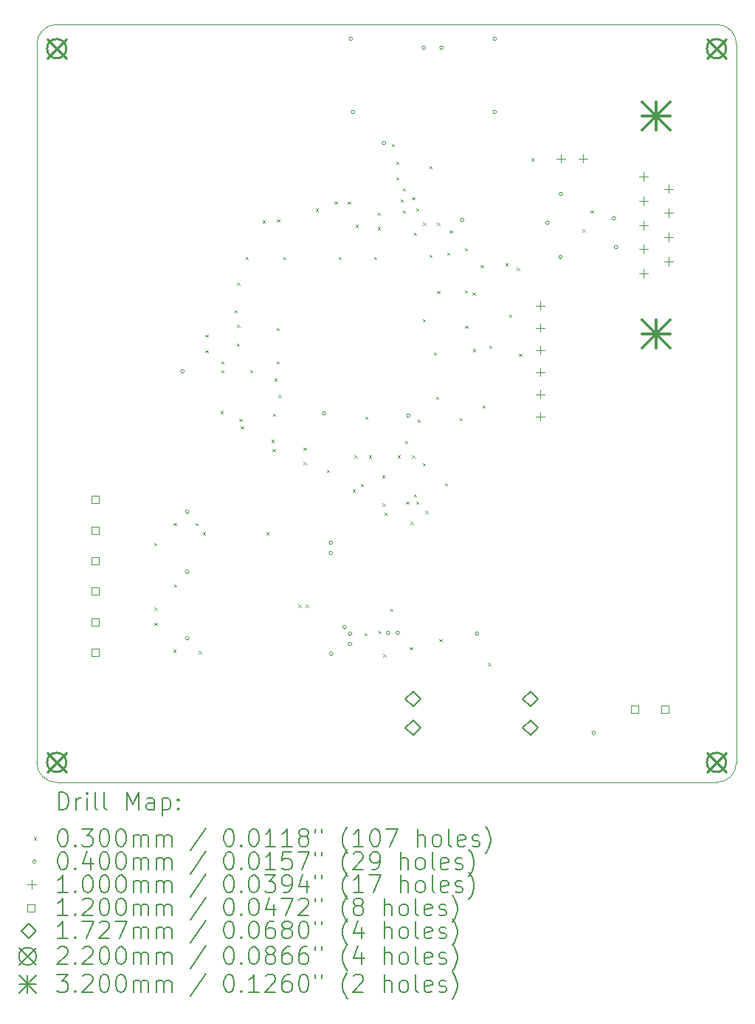
<source format=gbr>
%FSLAX45Y45*%
G04 Gerber Fmt 4.5, Leading zero omitted, Abs format (unit mm)*
G04 Created by KiCad (PCBNEW (6.0.5)) date 2023-02-15 02:16:01*
%MOMM*%
%LPD*%
G01*
G04 APERTURE LIST*
%TA.AperFunction,Profile*%
%ADD10C,0.100000*%
%TD*%
%ADD11C,0.200000*%
%ADD12C,0.030000*%
%ADD13C,0.040000*%
%ADD14C,0.100000*%
%ADD15C,0.120000*%
%ADD16C,0.172720*%
%ADD17C,0.220000*%
%ADD18C,0.320000*%
G04 APERTURE END LIST*
D10*
X8153052Y-12728606D02*
G75*
G03*
X8382000Y-12954000I225418J-4D01*
G01*
X16179802Y-4492981D02*
G75*
G03*
X15955521Y-4269741I-220992J2261D01*
G01*
X8382000Y-4269388D02*
G75*
G03*
X8153047Y-4498340I0J-228953D01*
G01*
X8153047Y-4498340D02*
X8153047Y-12728606D01*
X15955069Y-12954005D02*
G75*
G03*
X16179804Y-12727940I1211J223535D01*
G01*
X8382000Y-12954000D02*
X15955069Y-12954000D01*
X15955521Y-4269741D02*
X8382000Y-4269388D01*
X16179804Y-12727940D02*
X16179800Y-4492981D01*
D11*
D12*
X9499840Y-10211040D02*
X9529840Y-10241040D01*
X9529840Y-10211040D02*
X9499840Y-10241040D01*
X9504920Y-10952720D02*
X9534920Y-10982720D01*
X9534920Y-10952720D02*
X9504920Y-10982720D01*
X9504920Y-11125440D02*
X9534920Y-11155440D01*
X9534920Y-11125440D02*
X9504920Y-11155440D01*
X9718280Y-11435320D02*
X9748280Y-11465320D01*
X9748280Y-11435320D02*
X9718280Y-11465320D01*
X9723360Y-9982440D02*
X9753360Y-10012440D01*
X9753360Y-9982440D02*
X9723360Y-10012440D01*
X9728440Y-10683480D02*
X9758440Y-10713480D01*
X9758440Y-10683480D02*
X9728440Y-10713480D01*
X9972280Y-9982440D02*
X10002280Y-10012440D01*
X10002280Y-9982440D02*
X9972280Y-10012440D01*
X10012920Y-11450560D02*
X10042920Y-11480560D01*
X10042920Y-11450560D02*
X10012920Y-11480560D01*
X10058640Y-10089120D02*
X10088640Y-10119120D01*
X10088640Y-10089120D02*
X10058640Y-10119120D01*
X10089120Y-7822520D02*
X10119120Y-7852520D01*
X10119120Y-7822520D02*
X10089120Y-7852520D01*
X10089120Y-8000320D02*
X10119120Y-8030320D01*
X10119120Y-8000320D02*
X10089120Y-8030320D01*
X10262760Y-8698820D02*
X10292760Y-8728820D01*
X10292760Y-8698820D02*
X10262760Y-8728820D01*
X10267840Y-8127320D02*
X10297840Y-8157320D01*
X10297840Y-8127320D02*
X10267840Y-8157320D01*
X10267840Y-8228920D02*
X10297840Y-8258920D01*
X10297840Y-8228920D02*
X10267840Y-8258920D01*
X10420240Y-7543120D02*
X10450240Y-7573120D01*
X10450240Y-7543120D02*
X10420240Y-7573120D01*
X10445640Y-7924120D02*
X10475640Y-7954120D01*
X10475640Y-7924120D02*
X10445640Y-7954120D01*
X10449800Y-7224000D02*
X10479800Y-7254000D01*
X10479800Y-7224000D02*
X10449800Y-7254000D01*
X10449800Y-7706600D02*
X10479800Y-7736600D01*
X10479800Y-7706600D02*
X10449800Y-7736600D01*
X10477740Y-8788640D02*
X10507740Y-8818640D01*
X10507740Y-8788640D02*
X10477740Y-8818640D01*
X10495520Y-8872460D02*
X10525520Y-8902460D01*
X10525520Y-8872460D02*
X10495520Y-8902460D01*
X10547240Y-6933520D02*
X10577240Y-6963520D01*
X10577240Y-6933520D02*
X10547240Y-6963520D01*
X10598040Y-8228920D02*
X10628040Y-8258920D01*
X10628040Y-8228920D02*
X10598040Y-8258920D01*
X10741900Y-6512800D02*
X10771900Y-6542800D01*
X10771900Y-6512800D02*
X10741900Y-6542800D01*
X10785080Y-10089120D02*
X10815080Y-10119120D01*
X10815080Y-10089120D02*
X10785080Y-10119120D01*
X10843500Y-9027400D02*
X10873500Y-9057400D01*
X10873500Y-9027400D02*
X10843500Y-9057400D01*
X10856200Y-9134080D02*
X10886200Y-9164080D01*
X10886200Y-9134080D02*
X10856200Y-9164080D01*
X10862200Y-8726760D02*
X10892200Y-8756760D01*
X10892200Y-8726760D02*
X10862200Y-8756760D01*
X10877440Y-8325440D02*
X10907440Y-8355440D01*
X10907440Y-8325440D02*
X10877440Y-8355440D01*
X10902840Y-7746320D02*
X10932840Y-7776320D01*
X10932840Y-7746320D02*
X10902840Y-7776320D01*
X10902840Y-8127320D02*
X10932840Y-8157320D01*
X10932840Y-8127320D02*
X10902840Y-8157320D01*
X10907000Y-6500100D02*
X10937000Y-6530100D01*
X10937000Y-6500100D02*
X10907000Y-6530100D01*
X10925700Y-8513400D02*
X10955700Y-8543400D01*
X10955700Y-8513400D02*
X10925700Y-8543400D01*
X10979040Y-6933520D02*
X11009040Y-6963520D01*
X11009040Y-6933520D02*
X10979040Y-6963520D01*
X11152480Y-10916260D02*
X11182480Y-10946260D01*
X11182480Y-10916260D02*
X11152480Y-10946260D01*
X11211800Y-9116300D02*
X11241800Y-9146300D01*
X11241800Y-9116300D02*
X11211800Y-9146300D01*
X11211800Y-9281400D02*
X11241800Y-9311400D01*
X11241800Y-9281400D02*
X11211800Y-9311400D01*
X11240640Y-10916260D02*
X11270640Y-10946260D01*
X11270640Y-10916260D02*
X11240640Y-10946260D01*
X11352420Y-6379800D02*
X11382420Y-6409800D01*
X11382420Y-6379800D02*
X11352420Y-6409800D01*
X11478500Y-9370300D02*
X11508500Y-9400300D01*
X11508500Y-9370300D02*
X11478500Y-9400300D01*
X11567400Y-6296900D02*
X11597400Y-6326900D01*
X11597400Y-6296900D02*
X11567400Y-6326900D01*
X11614040Y-6933520D02*
X11644040Y-6963520D01*
X11644040Y-6933520D02*
X11614040Y-6963520D01*
X11719800Y-6296900D02*
X11749800Y-6326900D01*
X11749800Y-6296900D02*
X11719800Y-6326900D01*
X11776600Y-9597980D02*
X11806600Y-9627980D01*
X11806600Y-9597980D02*
X11776600Y-9627980D01*
X11796000Y-9205200D02*
X11826000Y-9235200D01*
X11826000Y-9205200D02*
X11796000Y-9235200D01*
X11808700Y-6563600D02*
X11838700Y-6593600D01*
X11838700Y-6563600D02*
X11808700Y-6593600D01*
X11870580Y-9531940D02*
X11900580Y-9561940D01*
X11900580Y-9531940D02*
X11870580Y-9561940D01*
X11913161Y-11241946D02*
X11943161Y-11271946D01*
X11943161Y-11241946D02*
X11913161Y-11271946D01*
X11918840Y-8762320D02*
X11948840Y-8792320D01*
X11948840Y-8762320D02*
X11918840Y-8792320D01*
X11961100Y-9205200D02*
X11991100Y-9235200D01*
X11991100Y-9205200D02*
X11961100Y-9235200D01*
X12020440Y-6933520D02*
X12050440Y-6963520D01*
X12050440Y-6933520D02*
X12020440Y-6963520D01*
X12062700Y-6423900D02*
X12092700Y-6453900D01*
X12092700Y-6423900D02*
X12062700Y-6453900D01*
X12062700Y-6589000D02*
X12092700Y-6619000D01*
X12092700Y-6589000D02*
X12062700Y-6619000D01*
X12071321Y-11216446D02*
X12101321Y-11246446D01*
X12101321Y-11216446D02*
X12071321Y-11246446D01*
X12113500Y-9433800D02*
X12143500Y-9463800D01*
X12143500Y-9433800D02*
X12113500Y-9463800D01*
X12119500Y-9758000D02*
X12149500Y-9788000D01*
X12149500Y-9758000D02*
X12119500Y-9788000D01*
X12128070Y-11484015D02*
X12158070Y-11514015D01*
X12158070Y-11484015D02*
X12128070Y-11514015D01*
X12142360Y-9862140D02*
X12172360Y-9892140D01*
X12172360Y-9862140D02*
X12142360Y-9892140D01*
X12208120Y-10963260D02*
X12238120Y-10993260D01*
X12238120Y-10963260D02*
X12208120Y-10993260D01*
X12223640Y-5638120D02*
X12253640Y-5668120D01*
X12253640Y-5638120D02*
X12223640Y-5668120D01*
X12274440Y-5841320D02*
X12304440Y-5871320D01*
X12304440Y-5841320D02*
X12274440Y-5871320D01*
X12274440Y-6019120D02*
X12304440Y-6049120D01*
X12304440Y-6019120D02*
X12274440Y-6049120D01*
X12291300Y-9205200D02*
X12321300Y-9235200D01*
X12321300Y-9205200D02*
X12291300Y-9235200D01*
X12327090Y-6273120D02*
X12357090Y-6303120D01*
X12357090Y-6273120D02*
X12327090Y-6303120D01*
X12350640Y-6146120D02*
X12380640Y-6176120D01*
X12380640Y-6146120D02*
X12350640Y-6176120D01*
X12350640Y-6400120D02*
X12380640Y-6430120D01*
X12380640Y-6400120D02*
X12350640Y-6430120D01*
X12376040Y-9041720D02*
X12406040Y-9071720D01*
X12406040Y-9041720D02*
X12376040Y-9071720D01*
X12389660Y-9736720D02*
X12419660Y-9766720D01*
X12419660Y-9736720D02*
X12389660Y-9766720D01*
X12431640Y-11405220D02*
X12461640Y-11435220D01*
X12461640Y-11405220D02*
X12431640Y-11435220D01*
X12442080Y-9968820D02*
X12472080Y-9998820D01*
X12472080Y-9968820D02*
X12442080Y-9998820D01*
X12456400Y-9205200D02*
X12486400Y-9235200D01*
X12486400Y-9205200D02*
X12456400Y-9235200D01*
X12456590Y-6247720D02*
X12486590Y-6277720D01*
X12486590Y-6247720D02*
X12456590Y-6277720D01*
X12477640Y-6654120D02*
X12507640Y-6684120D01*
X12507640Y-6654120D02*
X12477640Y-6684120D01*
X12477640Y-9651320D02*
X12507640Y-9681320D01*
X12507640Y-9651320D02*
X12477640Y-9681320D01*
X12503040Y-6374720D02*
X12533040Y-6404720D01*
X12533040Y-6374720D02*
X12503040Y-6404720D01*
X12504660Y-9736720D02*
X12534660Y-9766720D01*
X12534660Y-9736720D02*
X12504660Y-9766720D01*
X12521920Y-8794240D02*
X12551920Y-8824240D01*
X12551920Y-8794240D02*
X12521920Y-8824240D01*
X12579240Y-7644720D02*
X12609240Y-7674720D01*
X12609240Y-7644720D02*
X12579240Y-7674720D01*
X12579240Y-9295720D02*
X12609240Y-9325720D01*
X12609240Y-9295720D02*
X12579240Y-9325720D01*
X12583400Y-6538200D02*
X12613400Y-6568200D01*
X12613400Y-6538200D02*
X12583400Y-6568200D01*
X12608800Y-9840200D02*
X12638800Y-9870200D01*
X12638800Y-9840200D02*
X12608800Y-9870200D01*
X12655440Y-5892120D02*
X12685440Y-5922120D01*
X12685440Y-5892120D02*
X12655440Y-5922120D01*
X12655440Y-6908120D02*
X12685440Y-6938120D01*
X12685440Y-6908120D02*
X12655440Y-6938120D01*
X12706240Y-8025720D02*
X12736240Y-8055720D01*
X12736240Y-8025720D02*
X12706240Y-8055720D01*
X12731640Y-8533720D02*
X12761640Y-8563720D01*
X12761640Y-8533720D02*
X12731640Y-8563720D01*
X12744340Y-6539820D02*
X12774340Y-6569820D01*
X12774340Y-6539820D02*
X12744340Y-6569820D01*
X12744340Y-7323021D02*
X12774340Y-7353021D01*
X12774340Y-7323021D02*
X12744340Y-7353021D01*
X12772000Y-11311240D02*
X12802000Y-11341240D01*
X12802000Y-11311240D02*
X12772000Y-11341240D01*
X12833240Y-9524320D02*
X12863240Y-9554320D01*
X12863240Y-9524320D02*
X12833240Y-9554320D01*
X12858640Y-6882720D02*
X12888640Y-6912720D01*
X12888640Y-6882720D02*
X12858640Y-6912720D01*
X12888200Y-6627100D02*
X12918200Y-6657100D01*
X12918200Y-6627100D02*
X12888200Y-6657100D01*
X13003420Y-8777670D02*
X13033420Y-8807670D01*
X13033420Y-8777670D02*
X13003420Y-8807670D01*
X13061840Y-6831920D02*
X13091840Y-6861920D01*
X13091840Y-6831920D02*
X13061840Y-6861920D01*
X13061840Y-7314520D02*
X13091840Y-7344520D01*
X13091840Y-7314520D02*
X13061840Y-7344520D01*
X13066000Y-7719300D02*
X13096000Y-7749300D01*
X13096000Y-7719300D02*
X13066000Y-7749300D01*
X13153280Y-7339920D02*
X13183280Y-7369920D01*
X13183280Y-7339920D02*
X13153280Y-7369920D01*
X13154900Y-7986000D02*
X13184900Y-8016000D01*
X13184900Y-7986000D02*
X13154900Y-8016000D01*
X13244720Y-7024960D02*
X13274720Y-7054960D01*
X13274720Y-7024960D02*
X13244720Y-7054960D01*
X13265040Y-8635320D02*
X13295040Y-8665320D01*
X13295040Y-8635320D02*
X13265040Y-8665320D01*
X13330481Y-11584846D02*
X13360481Y-11614846D01*
X13360481Y-11584846D02*
X13330481Y-11614846D01*
X13341240Y-7949520D02*
X13371240Y-7979520D01*
X13371240Y-7949520D02*
X13341240Y-7979520D01*
X13528653Y-7004470D02*
X13558653Y-7034470D01*
X13558653Y-7004470D02*
X13528653Y-7034470D01*
X13569840Y-7593920D02*
X13599840Y-7623920D01*
X13599840Y-7593920D02*
X13569840Y-7623920D01*
X13659043Y-7054420D02*
X13689043Y-7084420D01*
X13689043Y-7054420D02*
X13659043Y-7084420D01*
X13685760Y-8041880D02*
X13715760Y-8071880D01*
X13715760Y-8041880D02*
X13685760Y-8071880D01*
X13826683Y-5804740D02*
X13856683Y-5834740D01*
X13856683Y-5804740D02*
X13826683Y-5834740D01*
X14412200Y-6614400D02*
X14442200Y-6644400D01*
X14442200Y-6614400D02*
X14412200Y-6644400D01*
X14506553Y-6400120D02*
X14536553Y-6430120D01*
X14536553Y-6400120D02*
X14506553Y-6430120D01*
D13*
X9845640Y-8243920D02*
G75*
G03*
X9845640Y-8243920I-20000J0D01*
G01*
X9900600Y-9855200D02*
G75*
G03*
X9900600Y-9855200I-20000J0D01*
G01*
X9900600Y-10541000D02*
G75*
G03*
X9900600Y-10541000I-20000J0D01*
G01*
X9900600Y-11303000D02*
G75*
G03*
X9900600Y-11303000I-20000J0D01*
G01*
X11471240Y-8726520D02*
G75*
G03*
X11471240Y-8726520I-20000J0D01*
G01*
X11546520Y-10208260D02*
G75*
G03*
X11546520Y-10208260I-20000J0D01*
G01*
X11546520Y-10328260D02*
G75*
G03*
X11546520Y-10328260I-20000J0D01*
G01*
X11551600Y-11480800D02*
G75*
G03*
X11551600Y-11480800I-20000J0D01*
G01*
X11704000Y-11176000D02*
G75*
G03*
X11704000Y-11176000I-20000J0D01*
G01*
X11767500Y-11252200D02*
G75*
G03*
X11767500Y-11252200I-20000J0D01*
G01*
X11767500Y-11366500D02*
G75*
G03*
X11767500Y-11366500I-20000J0D01*
G01*
X11776040Y-4433920D02*
G75*
G03*
X11776040Y-4433920I-20000J0D01*
G01*
X11801440Y-5272120D02*
G75*
G03*
X11801440Y-5272120I-20000J0D01*
G01*
X12157040Y-5627720D02*
G75*
G03*
X12157040Y-5627720I-20000J0D01*
G01*
X12204380Y-11239500D02*
G75*
G03*
X12204380Y-11239500I-20000J0D01*
G01*
X12313600Y-11242040D02*
G75*
G03*
X12313600Y-11242040I-20000J0D01*
G01*
X12436440Y-8751920D02*
G75*
G03*
X12436440Y-8751920I-20000J0D01*
G01*
X12614240Y-4535520D02*
G75*
G03*
X12614240Y-4535520I-20000J0D01*
G01*
X12817440Y-4535520D02*
G75*
G03*
X12817440Y-4535520I-20000J0D01*
G01*
X13052493Y-6507010D02*
G75*
G03*
X13052493Y-6507010I-20000J0D01*
G01*
X13222920Y-11249660D02*
G75*
G03*
X13222920Y-11249660I-20000J0D01*
G01*
X13427040Y-4433920D02*
G75*
G03*
X13427040Y-4433920I-20000J0D01*
G01*
X13427040Y-5272120D02*
G75*
G03*
X13427040Y-5272120I-20000J0D01*
G01*
X14033553Y-6542120D02*
G75*
G03*
X14033553Y-6542120I-20000J0D01*
G01*
X14180500Y-6934200D02*
G75*
G03*
X14180500Y-6934200I-20000J0D01*
G01*
X14185953Y-6211920D02*
G75*
G03*
X14185953Y-6211920I-20000J0D01*
G01*
X14561270Y-12387810D02*
G75*
G03*
X14561270Y-12387810I-20000J0D01*
G01*
X14795553Y-6491320D02*
G75*
G03*
X14795553Y-6491320I-20000J0D01*
G01*
X14820953Y-6821520D02*
G75*
G03*
X14820953Y-6821520I-20000J0D01*
G01*
D14*
X13931900Y-7440460D02*
X13931900Y-7540460D01*
X13881900Y-7490460D02*
X13981900Y-7490460D01*
X13931900Y-7694460D02*
X13931900Y-7794460D01*
X13881900Y-7744460D02*
X13981900Y-7744460D01*
X13931900Y-7948460D02*
X13931900Y-8048460D01*
X13881900Y-7998460D02*
X13981900Y-7998460D01*
X13931900Y-8202460D02*
X13931900Y-8302460D01*
X13881900Y-8252460D02*
X13981900Y-8252460D01*
X13931900Y-8456460D02*
X13931900Y-8556460D01*
X13881900Y-8506460D02*
X13981900Y-8506460D01*
X13931900Y-8710460D02*
X13931900Y-8810460D01*
X13881900Y-8760460D02*
X13981900Y-8760460D01*
X14166453Y-5755520D02*
X14166453Y-5855520D01*
X14116453Y-5805520D02*
X14216453Y-5805520D01*
X14420453Y-5755520D02*
X14420453Y-5855520D01*
X14370453Y-5805520D02*
X14470453Y-5805520D01*
X15117487Y-5964520D02*
X15117487Y-6064520D01*
X15067487Y-6014520D02*
X15167487Y-6014520D01*
X15117487Y-6241520D02*
X15117487Y-6341520D01*
X15067487Y-6291520D02*
X15167487Y-6291520D01*
X15117487Y-6518520D02*
X15117487Y-6618520D01*
X15067487Y-6568520D02*
X15167487Y-6568520D01*
X15117487Y-6795520D02*
X15117487Y-6895520D01*
X15067487Y-6845520D02*
X15167487Y-6845520D01*
X15117487Y-7072520D02*
X15117487Y-7172520D01*
X15067487Y-7122520D02*
X15167487Y-7122520D01*
X15401487Y-6103020D02*
X15401487Y-6203020D01*
X15351487Y-6153020D02*
X15451487Y-6153020D01*
X15401487Y-6380020D02*
X15401487Y-6480020D01*
X15351487Y-6430020D02*
X15451487Y-6430020D01*
X15401487Y-6657020D02*
X15401487Y-6757020D01*
X15351487Y-6707020D02*
X15451487Y-6707020D01*
X15401487Y-6934020D02*
X15401487Y-7034020D01*
X15351487Y-6984020D02*
X15451487Y-6984020D01*
D15*
X8870347Y-9756687D02*
X8870347Y-9671833D01*
X8785493Y-9671833D01*
X8785493Y-9756687D01*
X8870347Y-9756687D01*
X8870347Y-10106687D02*
X8870347Y-10021833D01*
X8785493Y-10021833D01*
X8785493Y-10106687D01*
X8870347Y-10106687D01*
X8870347Y-10456687D02*
X8870347Y-10371833D01*
X8785493Y-10371833D01*
X8785493Y-10456687D01*
X8870347Y-10456687D01*
X8870347Y-10806687D02*
X8870347Y-10721833D01*
X8785493Y-10721833D01*
X8785493Y-10806687D01*
X8870347Y-10806687D01*
X8870347Y-11156687D02*
X8870347Y-11071833D01*
X8785493Y-11071833D01*
X8785493Y-11156687D01*
X8870347Y-11156687D01*
X8870347Y-11506687D02*
X8870347Y-11421833D01*
X8785493Y-11421833D01*
X8785493Y-11506687D01*
X8870347Y-11506687D01*
X15051547Y-12161887D02*
X15051547Y-12077033D01*
X14966693Y-12077033D01*
X14966693Y-12161887D01*
X15051547Y-12161887D01*
X15401547Y-12161887D02*
X15401547Y-12077033D01*
X15316693Y-12077033D01*
X15316693Y-12161887D01*
X15401547Y-12161887D01*
D16*
X12469181Y-12084986D02*
X12555541Y-11998626D01*
X12469181Y-11912266D01*
X12382821Y-11998626D01*
X12469181Y-12084986D01*
X12469181Y-12415186D02*
X12555541Y-12328826D01*
X12469181Y-12242466D01*
X12382821Y-12328826D01*
X12469181Y-12415186D01*
X13815381Y-12084986D02*
X13901741Y-11998626D01*
X13815381Y-11912266D01*
X13729021Y-11998626D01*
X13815381Y-12084986D01*
X13815381Y-12415186D02*
X13901741Y-12328826D01*
X13815381Y-12242466D01*
X13729021Y-12328826D01*
X13815381Y-12415186D01*
D17*
X8272000Y-4436600D02*
X8492000Y-4656600D01*
X8492000Y-4436600D02*
X8272000Y-4656600D01*
X8492000Y-4546600D02*
G75*
G03*
X8492000Y-4546600I-110000J0D01*
G01*
X8272000Y-12615400D02*
X8492000Y-12835400D01*
X8492000Y-12615400D02*
X8272000Y-12835400D01*
X8492000Y-12725400D02*
G75*
G03*
X8492000Y-12725400I-110000J0D01*
G01*
X15841200Y-4436600D02*
X16061200Y-4656600D01*
X16061200Y-4436600D02*
X15841200Y-4656600D01*
X16061200Y-4546600D02*
G75*
G03*
X16061200Y-4546600I-110000J0D01*
G01*
X15841200Y-12615400D02*
X16061200Y-12835400D01*
X16061200Y-12615400D02*
X15841200Y-12835400D01*
X16061200Y-12725400D02*
G75*
G03*
X16061200Y-12725400I-110000J0D01*
G01*
D18*
X15099487Y-5158520D02*
X15419487Y-5478520D01*
X15419487Y-5158520D02*
X15099487Y-5478520D01*
X15259487Y-5158520D02*
X15259487Y-5478520D01*
X15099487Y-5318520D02*
X15419487Y-5318520D01*
X15099487Y-7658520D02*
X15419487Y-7978520D01*
X15419487Y-7658520D02*
X15099487Y-7978520D01*
X15259487Y-7658520D02*
X15259487Y-7978520D01*
X15099487Y-7818520D02*
X15419487Y-7818520D01*
D11*
X8405667Y-13269504D02*
X8405667Y-13069504D01*
X8453286Y-13069504D01*
X8481857Y-13079028D01*
X8500905Y-13098075D01*
X8510428Y-13117123D01*
X8519952Y-13155218D01*
X8519952Y-13183789D01*
X8510428Y-13221885D01*
X8500905Y-13240932D01*
X8481857Y-13259980D01*
X8453286Y-13269504D01*
X8405667Y-13269504D01*
X8605667Y-13269504D02*
X8605667Y-13136170D01*
X8605667Y-13174266D02*
X8615190Y-13155218D01*
X8624714Y-13145694D01*
X8643762Y-13136170D01*
X8662809Y-13136170D01*
X8729476Y-13269504D02*
X8729476Y-13136170D01*
X8729476Y-13069504D02*
X8719952Y-13079028D01*
X8729476Y-13088551D01*
X8739000Y-13079028D01*
X8729476Y-13069504D01*
X8729476Y-13088551D01*
X8853286Y-13269504D02*
X8834238Y-13259980D01*
X8824714Y-13240932D01*
X8824714Y-13069504D01*
X8958048Y-13269504D02*
X8939000Y-13259980D01*
X8929476Y-13240932D01*
X8929476Y-13069504D01*
X9186619Y-13269504D02*
X9186619Y-13069504D01*
X9253286Y-13212361D01*
X9319952Y-13069504D01*
X9319952Y-13269504D01*
X9500905Y-13269504D02*
X9500905Y-13164742D01*
X9491381Y-13145694D01*
X9472333Y-13136170D01*
X9434238Y-13136170D01*
X9415190Y-13145694D01*
X9500905Y-13259980D02*
X9481857Y-13269504D01*
X9434238Y-13269504D01*
X9415190Y-13259980D01*
X9405667Y-13240932D01*
X9405667Y-13221885D01*
X9415190Y-13202837D01*
X9434238Y-13193313D01*
X9481857Y-13193313D01*
X9500905Y-13183789D01*
X9596143Y-13136170D02*
X9596143Y-13336170D01*
X9596143Y-13145694D02*
X9615190Y-13136170D01*
X9653286Y-13136170D01*
X9672333Y-13145694D01*
X9681857Y-13155218D01*
X9691381Y-13174266D01*
X9691381Y-13231408D01*
X9681857Y-13250456D01*
X9672333Y-13259980D01*
X9653286Y-13269504D01*
X9615190Y-13269504D01*
X9596143Y-13259980D01*
X9777095Y-13250456D02*
X9786619Y-13259980D01*
X9777095Y-13269504D01*
X9767571Y-13259980D01*
X9777095Y-13250456D01*
X9777095Y-13269504D01*
X9777095Y-13145694D02*
X9786619Y-13155218D01*
X9777095Y-13164742D01*
X9767571Y-13155218D01*
X9777095Y-13145694D01*
X9777095Y-13164742D01*
D12*
X8118047Y-13584028D02*
X8148047Y-13614028D01*
X8148047Y-13584028D02*
X8118047Y-13614028D01*
D11*
X8443762Y-13489504D02*
X8462809Y-13489504D01*
X8481857Y-13499028D01*
X8491381Y-13508551D01*
X8500905Y-13527599D01*
X8510428Y-13565694D01*
X8510428Y-13613313D01*
X8500905Y-13651408D01*
X8491381Y-13670456D01*
X8481857Y-13679980D01*
X8462809Y-13689504D01*
X8443762Y-13689504D01*
X8424714Y-13679980D01*
X8415190Y-13670456D01*
X8405667Y-13651408D01*
X8396143Y-13613313D01*
X8396143Y-13565694D01*
X8405667Y-13527599D01*
X8415190Y-13508551D01*
X8424714Y-13499028D01*
X8443762Y-13489504D01*
X8596143Y-13670456D02*
X8605667Y-13679980D01*
X8596143Y-13689504D01*
X8586619Y-13679980D01*
X8596143Y-13670456D01*
X8596143Y-13689504D01*
X8672333Y-13489504D02*
X8796143Y-13489504D01*
X8729476Y-13565694D01*
X8758048Y-13565694D01*
X8777095Y-13575218D01*
X8786619Y-13584742D01*
X8796143Y-13603789D01*
X8796143Y-13651408D01*
X8786619Y-13670456D01*
X8777095Y-13679980D01*
X8758048Y-13689504D01*
X8700905Y-13689504D01*
X8681857Y-13679980D01*
X8672333Y-13670456D01*
X8919952Y-13489504D02*
X8939000Y-13489504D01*
X8958048Y-13499028D01*
X8967571Y-13508551D01*
X8977095Y-13527599D01*
X8986619Y-13565694D01*
X8986619Y-13613313D01*
X8977095Y-13651408D01*
X8967571Y-13670456D01*
X8958048Y-13679980D01*
X8939000Y-13689504D01*
X8919952Y-13689504D01*
X8900905Y-13679980D01*
X8891381Y-13670456D01*
X8881857Y-13651408D01*
X8872333Y-13613313D01*
X8872333Y-13565694D01*
X8881857Y-13527599D01*
X8891381Y-13508551D01*
X8900905Y-13499028D01*
X8919952Y-13489504D01*
X9110428Y-13489504D02*
X9129476Y-13489504D01*
X9148524Y-13499028D01*
X9158048Y-13508551D01*
X9167571Y-13527599D01*
X9177095Y-13565694D01*
X9177095Y-13613313D01*
X9167571Y-13651408D01*
X9158048Y-13670456D01*
X9148524Y-13679980D01*
X9129476Y-13689504D01*
X9110428Y-13689504D01*
X9091381Y-13679980D01*
X9081857Y-13670456D01*
X9072333Y-13651408D01*
X9062809Y-13613313D01*
X9062809Y-13565694D01*
X9072333Y-13527599D01*
X9081857Y-13508551D01*
X9091381Y-13499028D01*
X9110428Y-13489504D01*
X9262809Y-13689504D02*
X9262809Y-13556170D01*
X9262809Y-13575218D02*
X9272333Y-13565694D01*
X9291381Y-13556170D01*
X9319952Y-13556170D01*
X9339000Y-13565694D01*
X9348524Y-13584742D01*
X9348524Y-13689504D01*
X9348524Y-13584742D02*
X9358048Y-13565694D01*
X9377095Y-13556170D01*
X9405667Y-13556170D01*
X9424714Y-13565694D01*
X9434238Y-13584742D01*
X9434238Y-13689504D01*
X9529476Y-13689504D02*
X9529476Y-13556170D01*
X9529476Y-13575218D02*
X9539000Y-13565694D01*
X9558048Y-13556170D01*
X9586619Y-13556170D01*
X9605667Y-13565694D01*
X9615190Y-13584742D01*
X9615190Y-13689504D01*
X9615190Y-13584742D02*
X9624714Y-13565694D01*
X9643762Y-13556170D01*
X9672333Y-13556170D01*
X9691381Y-13565694D01*
X9700905Y-13584742D01*
X9700905Y-13689504D01*
X10091381Y-13479980D02*
X9919952Y-13737123D01*
X10348524Y-13489504D02*
X10367571Y-13489504D01*
X10386619Y-13499028D01*
X10396143Y-13508551D01*
X10405667Y-13527599D01*
X10415190Y-13565694D01*
X10415190Y-13613313D01*
X10405667Y-13651408D01*
X10396143Y-13670456D01*
X10386619Y-13679980D01*
X10367571Y-13689504D01*
X10348524Y-13689504D01*
X10329476Y-13679980D01*
X10319952Y-13670456D01*
X10310428Y-13651408D01*
X10300905Y-13613313D01*
X10300905Y-13565694D01*
X10310428Y-13527599D01*
X10319952Y-13508551D01*
X10329476Y-13499028D01*
X10348524Y-13489504D01*
X10500905Y-13670456D02*
X10510428Y-13679980D01*
X10500905Y-13689504D01*
X10491381Y-13679980D01*
X10500905Y-13670456D01*
X10500905Y-13689504D01*
X10634238Y-13489504D02*
X10653286Y-13489504D01*
X10672333Y-13499028D01*
X10681857Y-13508551D01*
X10691381Y-13527599D01*
X10700905Y-13565694D01*
X10700905Y-13613313D01*
X10691381Y-13651408D01*
X10681857Y-13670456D01*
X10672333Y-13679980D01*
X10653286Y-13689504D01*
X10634238Y-13689504D01*
X10615190Y-13679980D01*
X10605667Y-13670456D01*
X10596143Y-13651408D01*
X10586619Y-13613313D01*
X10586619Y-13565694D01*
X10596143Y-13527599D01*
X10605667Y-13508551D01*
X10615190Y-13499028D01*
X10634238Y-13489504D01*
X10891381Y-13689504D02*
X10777095Y-13689504D01*
X10834238Y-13689504D02*
X10834238Y-13489504D01*
X10815190Y-13518075D01*
X10796143Y-13537123D01*
X10777095Y-13546647D01*
X11081857Y-13689504D02*
X10967571Y-13689504D01*
X11024714Y-13689504D02*
X11024714Y-13489504D01*
X11005667Y-13518075D01*
X10986619Y-13537123D01*
X10967571Y-13546647D01*
X11196143Y-13575218D02*
X11177095Y-13565694D01*
X11167571Y-13556170D01*
X11158047Y-13537123D01*
X11158047Y-13527599D01*
X11167571Y-13508551D01*
X11177095Y-13499028D01*
X11196143Y-13489504D01*
X11234238Y-13489504D01*
X11253285Y-13499028D01*
X11262809Y-13508551D01*
X11272333Y-13527599D01*
X11272333Y-13537123D01*
X11262809Y-13556170D01*
X11253285Y-13565694D01*
X11234238Y-13575218D01*
X11196143Y-13575218D01*
X11177095Y-13584742D01*
X11167571Y-13594266D01*
X11158047Y-13613313D01*
X11158047Y-13651408D01*
X11167571Y-13670456D01*
X11177095Y-13679980D01*
X11196143Y-13689504D01*
X11234238Y-13689504D01*
X11253285Y-13679980D01*
X11262809Y-13670456D01*
X11272333Y-13651408D01*
X11272333Y-13613313D01*
X11262809Y-13594266D01*
X11253285Y-13584742D01*
X11234238Y-13575218D01*
X11348524Y-13489504D02*
X11348524Y-13527599D01*
X11424714Y-13489504D02*
X11424714Y-13527599D01*
X11719952Y-13765694D02*
X11710428Y-13756170D01*
X11691381Y-13727599D01*
X11681857Y-13708551D01*
X11672333Y-13679980D01*
X11662809Y-13632361D01*
X11662809Y-13594266D01*
X11672333Y-13546647D01*
X11681857Y-13518075D01*
X11691381Y-13499028D01*
X11710428Y-13470456D01*
X11719952Y-13460932D01*
X11900905Y-13689504D02*
X11786619Y-13689504D01*
X11843762Y-13689504D02*
X11843762Y-13489504D01*
X11824714Y-13518075D01*
X11805666Y-13537123D01*
X11786619Y-13546647D01*
X12024714Y-13489504D02*
X12043762Y-13489504D01*
X12062809Y-13499028D01*
X12072333Y-13508551D01*
X12081857Y-13527599D01*
X12091381Y-13565694D01*
X12091381Y-13613313D01*
X12081857Y-13651408D01*
X12072333Y-13670456D01*
X12062809Y-13679980D01*
X12043762Y-13689504D01*
X12024714Y-13689504D01*
X12005666Y-13679980D01*
X11996143Y-13670456D01*
X11986619Y-13651408D01*
X11977095Y-13613313D01*
X11977095Y-13565694D01*
X11986619Y-13527599D01*
X11996143Y-13508551D01*
X12005666Y-13499028D01*
X12024714Y-13489504D01*
X12158047Y-13489504D02*
X12291381Y-13489504D01*
X12205666Y-13689504D01*
X12519952Y-13689504D02*
X12519952Y-13489504D01*
X12605666Y-13689504D02*
X12605666Y-13584742D01*
X12596143Y-13565694D01*
X12577095Y-13556170D01*
X12548524Y-13556170D01*
X12529476Y-13565694D01*
X12519952Y-13575218D01*
X12729476Y-13689504D02*
X12710428Y-13679980D01*
X12700905Y-13670456D01*
X12691381Y-13651408D01*
X12691381Y-13594266D01*
X12700905Y-13575218D01*
X12710428Y-13565694D01*
X12729476Y-13556170D01*
X12758047Y-13556170D01*
X12777095Y-13565694D01*
X12786619Y-13575218D01*
X12796143Y-13594266D01*
X12796143Y-13651408D01*
X12786619Y-13670456D01*
X12777095Y-13679980D01*
X12758047Y-13689504D01*
X12729476Y-13689504D01*
X12910428Y-13689504D02*
X12891381Y-13679980D01*
X12881857Y-13660932D01*
X12881857Y-13489504D01*
X13062809Y-13679980D02*
X13043762Y-13689504D01*
X13005666Y-13689504D01*
X12986619Y-13679980D01*
X12977095Y-13660932D01*
X12977095Y-13584742D01*
X12986619Y-13565694D01*
X13005666Y-13556170D01*
X13043762Y-13556170D01*
X13062809Y-13565694D01*
X13072333Y-13584742D01*
X13072333Y-13603789D01*
X12977095Y-13622837D01*
X13148524Y-13679980D02*
X13167571Y-13689504D01*
X13205666Y-13689504D01*
X13224714Y-13679980D01*
X13234238Y-13660932D01*
X13234238Y-13651408D01*
X13224714Y-13632361D01*
X13205666Y-13622837D01*
X13177095Y-13622837D01*
X13158047Y-13613313D01*
X13148524Y-13594266D01*
X13148524Y-13584742D01*
X13158047Y-13565694D01*
X13177095Y-13556170D01*
X13205666Y-13556170D01*
X13224714Y-13565694D01*
X13300905Y-13765694D02*
X13310428Y-13756170D01*
X13329476Y-13727599D01*
X13339000Y-13708551D01*
X13348524Y-13679980D01*
X13358047Y-13632361D01*
X13358047Y-13594266D01*
X13348524Y-13546647D01*
X13339000Y-13518075D01*
X13329476Y-13499028D01*
X13310428Y-13470456D01*
X13300905Y-13460932D01*
D13*
X8148047Y-13863028D02*
G75*
G03*
X8148047Y-13863028I-20000J0D01*
G01*
D11*
X8443762Y-13753504D02*
X8462809Y-13753504D01*
X8481857Y-13763028D01*
X8491381Y-13772551D01*
X8500905Y-13791599D01*
X8510428Y-13829694D01*
X8510428Y-13877313D01*
X8500905Y-13915408D01*
X8491381Y-13934456D01*
X8481857Y-13943980D01*
X8462809Y-13953504D01*
X8443762Y-13953504D01*
X8424714Y-13943980D01*
X8415190Y-13934456D01*
X8405667Y-13915408D01*
X8396143Y-13877313D01*
X8396143Y-13829694D01*
X8405667Y-13791599D01*
X8415190Y-13772551D01*
X8424714Y-13763028D01*
X8443762Y-13753504D01*
X8596143Y-13934456D02*
X8605667Y-13943980D01*
X8596143Y-13953504D01*
X8586619Y-13943980D01*
X8596143Y-13934456D01*
X8596143Y-13953504D01*
X8777095Y-13820170D02*
X8777095Y-13953504D01*
X8729476Y-13743980D02*
X8681857Y-13886837D01*
X8805667Y-13886837D01*
X8919952Y-13753504D02*
X8939000Y-13753504D01*
X8958048Y-13763028D01*
X8967571Y-13772551D01*
X8977095Y-13791599D01*
X8986619Y-13829694D01*
X8986619Y-13877313D01*
X8977095Y-13915408D01*
X8967571Y-13934456D01*
X8958048Y-13943980D01*
X8939000Y-13953504D01*
X8919952Y-13953504D01*
X8900905Y-13943980D01*
X8891381Y-13934456D01*
X8881857Y-13915408D01*
X8872333Y-13877313D01*
X8872333Y-13829694D01*
X8881857Y-13791599D01*
X8891381Y-13772551D01*
X8900905Y-13763028D01*
X8919952Y-13753504D01*
X9110428Y-13753504D02*
X9129476Y-13753504D01*
X9148524Y-13763028D01*
X9158048Y-13772551D01*
X9167571Y-13791599D01*
X9177095Y-13829694D01*
X9177095Y-13877313D01*
X9167571Y-13915408D01*
X9158048Y-13934456D01*
X9148524Y-13943980D01*
X9129476Y-13953504D01*
X9110428Y-13953504D01*
X9091381Y-13943980D01*
X9081857Y-13934456D01*
X9072333Y-13915408D01*
X9062809Y-13877313D01*
X9062809Y-13829694D01*
X9072333Y-13791599D01*
X9081857Y-13772551D01*
X9091381Y-13763028D01*
X9110428Y-13753504D01*
X9262809Y-13953504D02*
X9262809Y-13820170D01*
X9262809Y-13839218D02*
X9272333Y-13829694D01*
X9291381Y-13820170D01*
X9319952Y-13820170D01*
X9339000Y-13829694D01*
X9348524Y-13848742D01*
X9348524Y-13953504D01*
X9348524Y-13848742D02*
X9358048Y-13829694D01*
X9377095Y-13820170D01*
X9405667Y-13820170D01*
X9424714Y-13829694D01*
X9434238Y-13848742D01*
X9434238Y-13953504D01*
X9529476Y-13953504D02*
X9529476Y-13820170D01*
X9529476Y-13839218D02*
X9539000Y-13829694D01*
X9558048Y-13820170D01*
X9586619Y-13820170D01*
X9605667Y-13829694D01*
X9615190Y-13848742D01*
X9615190Y-13953504D01*
X9615190Y-13848742D02*
X9624714Y-13829694D01*
X9643762Y-13820170D01*
X9672333Y-13820170D01*
X9691381Y-13829694D01*
X9700905Y-13848742D01*
X9700905Y-13953504D01*
X10091381Y-13743980D02*
X9919952Y-14001123D01*
X10348524Y-13753504D02*
X10367571Y-13753504D01*
X10386619Y-13763028D01*
X10396143Y-13772551D01*
X10405667Y-13791599D01*
X10415190Y-13829694D01*
X10415190Y-13877313D01*
X10405667Y-13915408D01*
X10396143Y-13934456D01*
X10386619Y-13943980D01*
X10367571Y-13953504D01*
X10348524Y-13953504D01*
X10329476Y-13943980D01*
X10319952Y-13934456D01*
X10310428Y-13915408D01*
X10300905Y-13877313D01*
X10300905Y-13829694D01*
X10310428Y-13791599D01*
X10319952Y-13772551D01*
X10329476Y-13763028D01*
X10348524Y-13753504D01*
X10500905Y-13934456D02*
X10510428Y-13943980D01*
X10500905Y-13953504D01*
X10491381Y-13943980D01*
X10500905Y-13934456D01*
X10500905Y-13953504D01*
X10634238Y-13753504D02*
X10653286Y-13753504D01*
X10672333Y-13763028D01*
X10681857Y-13772551D01*
X10691381Y-13791599D01*
X10700905Y-13829694D01*
X10700905Y-13877313D01*
X10691381Y-13915408D01*
X10681857Y-13934456D01*
X10672333Y-13943980D01*
X10653286Y-13953504D01*
X10634238Y-13953504D01*
X10615190Y-13943980D01*
X10605667Y-13934456D01*
X10596143Y-13915408D01*
X10586619Y-13877313D01*
X10586619Y-13829694D01*
X10596143Y-13791599D01*
X10605667Y-13772551D01*
X10615190Y-13763028D01*
X10634238Y-13753504D01*
X10891381Y-13953504D02*
X10777095Y-13953504D01*
X10834238Y-13953504D02*
X10834238Y-13753504D01*
X10815190Y-13782075D01*
X10796143Y-13801123D01*
X10777095Y-13810647D01*
X11072333Y-13753504D02*
X10977095Y-13753504D01*
X10967571Y-13848742D01*
X10977095Y-13839218D01*
X10996143Y-13829694D01*
X11043762Y-13829694D01*
X11062809Y-13839218D01*
X11072333Y-13848742D01*
X11081857Y-13867789D01*
X11081857Y-13915408D01*
X11072333Y-13934456D01*
X11062809Y-13943980D01*
X11043762Y-13953504D01*
X10996143Y-13953504D01*
X10977095Y-13943980D01*
X10967571Y-13934456D01*
X11148524Y-13753504D02*
X11281857Y-13753504D01*
X11196143Y-13953504D01*
X11348524Y-13753504D02*
X11348524Y-13791599D01*
X11424714Y-13753504D02*
X11424714Y-13791599D01*
X11719952Y-14029694D02*
X11710428Y-14020170D01*
X11691381Y-13991599D01*
X11681857Y-13972551D01*
X11672333Y-13943980D01*
X11662809Y-13896361D01*
X11662809Y-13858266D01*
X11672333Y-13810647D01*
X11681857Y-13782075D01*
X11691381Y-13763028D01*
X11710428Y-13734456D01*
X11719952Y-13724932D01*
X11786619Y-13772551D02*
X11796143Y-13763028D01*
X11815190Y-13753504D01*
X11862809Y-13753504D01*
X11881857Y-13763028D01*
X11891381Y-13772551D01*
X11900905Y-13791599D01*
X11900905Y-13810647D01*
X11891381Y-13839218D01*
X11777095Y-13953504D01*
X11900905Y-13953504D01*
X11996143Y-13953504D02*
X12034238Y-13953504D01*
X12053285Y-13943980D01*
X12062809Y-13934456D01*
X12081857Y-13905885D01*
X12091381Y-13867789D01*
X12091381Y-13791599D01*
X12081857Y-13772551D01*
X12072333Y-13763028D01*
X12053285Y-13753504D01*
X12015190Y-13753504D01*
X11996143Y-13763028D01*
X11986619Y-13772551D01*
X11977095Y-13791599D01*
X11977095Y-13839218D01*
X11986619Y-13858266D01*
X11996143Y-13867789D01*
X12015190Y-13877313D01*
X12053285Y-13877313D01*
X12072333Y-13867789D01*
X12081857Y-13858266D01*
X12091381Y-13839218D01*
X12329476Y-13953504D02*
X12329476Y-13753504D01*
X12415190Y-13953504D02*
X12415190Y-13848742D01*
X12405666Y-13829694D01*
X12386619Y-13820170D01*
X12358047Y-13820170D01*
X12339000Y-13829694D01*
X12329476Y-13839218D01*
X12539000Y-13953504D02*
X12519952Y-13943980D01*
X12510428Y-13934456D01*
X12500905Y-13915408D01*
X12500905Y-13858266D01*
X12510428Y-13839218D01*
X12519952Y-13829694D01*
X12539000Y-13820170D01*
X12567571Y-13820170D01*
X12586619Y-13829694D01*
X12596143Y-13839218D01*
X12605666Y-13858266D01*
X12605666Y-13915408D01*
X12596143Y-13934456D01*
X12586619Y-13943980D01*
X12567571Y-13953504D01*
X12539000Y-13953504D01*
X12719952Y-13953504D02*
X12700905Y-13943980D01*
X12691381Y-13924932D01*
X12691381Y-13753504D01*
X12872333Y-13943980D02*
X12853285Y-13953504D01*
X12815190Y-13953504D01*
X12796143Y-13943980D01*
X12786619Y-13924932D01*
X12786619Y-13848742D01*
X12796143Y-13829694D01*
X12815190Y-13820170D01*
X12853285Y-13820170D01*
X12872333Y-13829694D01*
X12881857Y-13848742D01*
X12881857Y-13867789D01*
X12786619Y-13886837D01*
X12958047Y-13943980D02*
X12977095Y-13953504D01*
X13015190Y-13953504D01*
X13034238Y-13943980D01*
X13043762Y-13924932D01*
X13043762Y-13915408D01*
X13034238Y-13896361D01*
X13015190Y-13886837D01*
X12986619Y-13886837D01*
X12967571Y-13877313D01*
X12958047Y-13858266D01*
X12958047Y-13848742D01*
X12967571Y-13829694D01*
X12986619Y-13820170D01*
X13015190Y-13820170D01*
X13034238Y-13829694D01*
X13110428Y-14029694D02*
X13119952Y-14020170D01*
X13139000Y-13991599D01*
X13148524Y-13972551D01*
X13158047Y-13943980D01*
X13167571Y-13896361D01*
X13167571Y-13858266D01*
X13158047Y-13810647D01*
X13148524Y-13782075D01*
X13139000Y-13763028D01*
X13119952Y-13734456D01*
X13110428Y-13724932D01*
D14*
X8098047Y-14077028D02*
X8098047Y-14177028D01*
X8048047Y-14127028D02*
X8148047Y-14127028D01*
D11*
X8510428Y-14217504D02*
X8396143Y-14217504D01*
X8453286Y-14217504D02*
X8453286Y-14017504D01*
X8434238Y-14046075D01*
X8415190Y-14065123D01*
X8396143Y-14074647D01*
X8596143Y-14198456D02*
X8605667Y-14207980D01*
X8596143Y-14217504D01*
X8586619Y-14207980D01*
X8596143Y-14198456D01*
X8596143Y-14217504D01*
X8729476Y-14017504D02*
X8748524Y-14017504D01*
X8767571Y-14027028D01*
X8777095Y-14036551D01*
X8786619Y-14055599D01*
X8796143Y-14093694D01*
X8796143Y-14141313D01*
X8786619Y-14179408D01*
X8777095Y-14198456D01*
X8767571Y-14207980D01*
X8748524Y-14217504D01*
X8729476Y-14217504D01*
X8710428Y-14207980D01*
X8700905Y-14198456D01*
X8691381Y-14179408D01*
X8681857Y-14141313D01*
X8681857Y-14093694D01*
X8691381Y-14055599D01*
X8700905Y-14036551D01*
X8710428Y-14027028D01*
X8729476Y-14017504D01*
X8919952Y-14017504D02*
X8939000Y-14017504D01*
X8958048Y-14027028D01*
X8967571Y-14036551D01*
X8977095Y-14055599D01*
X8986619Y-14093694D01*
X8986619Y-14141313D01*
X8977095Y-14179408D01*
X8967571Y-14198456D01*
X8958048Y-14207980D01*
X8939000Y-14217504D01*
X8919952Y-14217504D01*
X8900905Y-14207980D01*
X8891381Y-14198456D01*
X8881857Y-14179408D01*
X8872333Y-14141313D01*
X8872333Y-14093694D01*
X8881857Y-14055599D01*
X8891381Y-14036551D01*
X8900905Y-14027028D01*
X8919952Y-14017504D01*
X9110428Y-14017504D02*
X9129476Y-14017504D01*
X9148524Y-14027028D01*
X9158048Y-14036551D01*
X9167571Y-14055599D01*
X9177095Y-14093694D01*
X9177095Y-14141313D01*
X9167571Y-14179408D01*
X9158048Y-14198456D01*
X9148524Y-14207980D01*
X9129476Y-14217504D01*
X9110428Y-14217504D01*
X9091381Y-14207980D01*
X9081857Y-14198456D01*
X9072333Y-14179408D01*
X9062809Y-14141313D01*
X9062809Y-14093694D01*
X9072333Y-14055599D01*
X9081857Y-14036551D01*
X9091381Y-14027028D01*
X9110428Y-14017504D01*
X9262809Y-14217504D02*
X9262809Y-14084170D01*
X9262809Y-14103218D02*
X9272333Y-14093694D01*
X9291381Y-14084170D01*
X9319952Y-14084170D01*
X9339000Y-14093694D01*
X9348524Y-14112742D01*
X9348524Y-14217504D01*
X9348524Y-14112742D02*
X9358048Y-14093694D01*
X9377095Y-14084170D01*
X9405667Y-14084170D01*
X9424714Y-14093694D01*
X9434238Y-14112742D01*
X9434238Y-14217504D01*
X9529476Y-14217504D02*
X9529476Y-14084170D01*
X9529476Y-14103218D02*
X9539000Y-14093694D01*
X9558048Y-14084170D01*
X9586619Y-14084170D01*
X9605667Y-14093694D01*
X9615190Y-14112742D01*
X9615190Y-14217504D01*
X9615190Y-14112742D02*
X9624714Y-14093694D01*
X9643762Y-14084170D01*
X9672333Y-14084170D01*
X9691381Y-14093694D01*
X9700905Y-14112742D01*
X9700905Y-14217504D01*
X10091381Y-14007980D02*
X9919952Y-14265123D01*
X10348524Y-14017504D02*
X10367571Y-14017504D01*
X10386619Y-14027028D01*
X10396143Y-14036551D01*
X10405667Y-14055599D01*
X10415190Y-14093694D01*
X10415190Y-14141313D01*
X10405667Y-14179408D01*
X10396143Y-14198456D01*
X10386619Y-14207980D01*
X10367571Y-14217504D01*
X10348524Y-14217504D01*
X10329476Y-14207980D01*
X10319952Y-14198456D01*
X10310428Y-14179408D01*
X10300905Y-14141313D01*
X10300905Y-14093694D01*
X10310428Y-14055599D01*
X10319952Y-14036551D01*
X10329476Y-14027028D01*
X10348524Y-14017504D01*
X10500905Y-14198456D02*
X10510428Y-14207980D01*
X10500905Y-14217504D01*
X10491381Y-14207980D01*
X10500905Y-14198456D01*
X10500905Y-14217504D01*
X10634238Y-14017504D02*
X10653286Y-14017504D01*
X10672333Y-14027028D01*
X10681857Y-14036551D01*
X10691381Y-14055599D01*
X10700905Y-14093694D01*
X10700905Y-14141313D01*
X10691381Y-14179408D01*
X10681857Y-14198456D01*
X10672333Y-14207980D01*
X10653286Y-14217504D01*
X10634238Y-14217504D01*
X10615190Y-14207980D01*
X10605667Y-14198456D01*
X10596143Y-14179408D01*
X10586619Y-14141313D01*
X10586619Y-14093694D01*
X10596143Y-14055599D01*
X10605667Y-14036551D01*
X10615190Y-14027028D01*
X10634238Y-14017504D01*
X10767571Y-14017504D02*
X10891381Y-14017504D01*
X10824714Y-14093694D01*
X10853286Y-14093694D01*
X10872333Y-14103218D01*
X10881857Y-14112742D01*
X10891381Y-14131789D01*
X10891381Y-14179408D01*
X10881857Y-14198456D01*
X10872333Y-14207980D01*
X10853286Y-14217504D01*
X10796143Y-14217504D01*
X10777095Y-14207980D01*
X10767571Y-14198456D01*
X10986619Y-14217504D02*
X11024714Y-14217504D01*
X11043762Y-14207980D01*
X11053286Y-14198456D01*
X11072333Y-14169885D01*
X11081857Y-14131789D01*
X11081857Y-14055599D01*
X11072333Y-14036551D01*
X11062809Y-14027028D01*
X11043762Y-14017504D01*
X11005667Y-14017504D01*
X10986619Y-14027028D01*
X10977095Y-14036551D01*
X10967571Y-14055599D01*
X10967571Y-14103218D01*
X10977095Y-14122266D01*
X10986619Y-14131789D01*
X11005667Y-14141313D01*
X11043762Y-14141313D01*
X11062809Y-14131789D01*
X11072333Y-14122266D01*
X11081857Y-14103218D01*
X11253285Y-14084170D02*
X11253285Y-14217504D01*
X11205666Y-14007980D02*
X11158047Y-14150837D01*
X11281857Y-14150837D01*
X11348524Y-14017504D02*
X11348524Y-14055599D01*
X11424714Y-14017504D02*
X11424714Y-14055599D01*
X11719952Y-14293694D02*
X11710428Y-14284170D01*
X11691381Y-14255599D01*
X11681857Y-14236551D01*
X11672333Y-14207980D01*
X11662809Y-14160361D01*
X11662809Y-14122266D01*
X11672333Y-14074647D01*
X11681857Y-14046075D01*
X11691381Y-14027028D01*
X11710428Y-13998456D01*
X11719952Y-13988932D01*
X11900905Y-14217504D02*
X11786619Y-14217504D01*
X11843762Y-14217504D02*
X11843762Y-14017504D01*
X11824714Y-14046075D01*
X11805666Y-14065123D01*
X11786619Y-14074647D01*
X11967571Y-14017504D02*
X12100905Y-14017504D01*
X12015190Y-14217504D01*
X12329476Y-14217504D02*
X12329476Y-14017504D01*
X12415190Y-14217504D02*
X12415190Y-14112742D01*
X12405666Y-14093694D01*
X12386619Y-14084170D01*
X12358047Y-14084170D01*
X12339000Y-14093694D01*
X12329476Y-14103218D01*
X12539000Y-14217504D02*
X12519952Y-14207980D01*
X12510428Y-14198456D01*
X12500905Y-14179408D01*
X12500905Y-14122266D01*
X12510428Y-14103218D01*
X12519952Y-14093694D01*
X12539000Y-14084170D01*
X12567571Y-14084170D01*
X12586619Y-14093694D01*
X12596143Y-14103218D01*
X12605666Y-14122266D01*
X12605666Y-14179408D01*
X12596143Y-14198456D01*
X12586619Y-14207980D01*
X12567571Y-14217504D01*
X12539000Y-14217504D01*
X12719952Y-14217504D02*
X12700905Y-14207980D01*
X12691381Y-14188932D01*
X12691381Y-14017504D01*
X12872333Y-14207980D02*
X12853285Y-14217504D01*
X12815190Y-14217504D01*
X12796143Y-14207980D01*
X12786619Y-14188932D01*
X12786619Y-14112742D01*
X12796143Y-14093694D01*
X12815190Y-14084170D01*
X12853285Y-14084170D01*
X12872333Y-14093694D01*
X12881857Y-14112742D01*
X12881857Y-14131789D01*
X12786619Y-14150837D01*
X12958047Y-14207980D02*
X12977095Y-14217504D01*
X13015190Y-14217504D01*
X13034238Y-14207980D01*
X13043762Y-14188932D01*
X13043762Y-14179408D01*
X13034238Y-14160361D01*
X13015190Y-14150837D01*
X12986619Y-14150837D01*
X12967571Y-14141313D01*
X12958047Y-14122266D01*
X12958047Y-14112742D01*
X12967571Y-14093694D01*
X12986619Y-14084170D01*
X13015190Y-14084170D01*
X13034238Y-14093694D01*
X13110428Y-14293694D02*
X13119952Y-14284170D01*
X13139000Y-14255599D01*
X13148524Y-14236551D01*
X13158047Y-14207980D01*
X13167571Y-14160361D01*
X13167571Y-14122266D01*
X13158047Y-14074647D01*
X13148524Y-14046075D01*
X13139000Y-14027028D01*
X13119952Y-13998456D01*
X13110428Y-13988932D01*
D15*
X8130474Y-14433454D02*
X8130474Y-14348601D01*
X8045621Y-14348601D01*
X8045621Y-14433454D01*
X8130474Y-14433454D01*
D11*
X8510428Y-14481504D02*
X8396143Y-14481504D01*
X8453286Y-14481504D02*
X8453286Y-14281504D01*
X8434238Y-14310075D01*
X8415190Y-14329123D01*
X8396143Y-14338647D01*
X8596143Y-14462456D02*
X8605667Y-14471980D01*
X8596143Y-14481504D01*
X8586619Y-14471980D01*
X8596143Y-14462456D01*
X8596143Y-14481504D01*
X8681857Y-14300551D02*
X8691381Y-14291028D01*
X8710428Y-14281504D01*
X8758048Y-14281504D01*
X8777095Y-14291028D01*
X8786619Y-14300551D01*
X8796143Y-14319599D01*
X8796143Y-14338647D01*
X8786619Y-14367218D01*
X8672333Y-14481504D01*
X8796143Y-14481504D01*
X8919952Y-14281504D02*
X8939000Y-14281504D01*
X8958048Y-14291028D01*
X8967571Y-14300551D01*
X8977095Y-14319599D01*
X8986619Y-14357694D01*
X8986619Y-14405313D01*
X8977095Y-14443408D01*
X8967571Y-14462456D01*
X8958048Y-14471980D01*
X8939000Y-14481504D01*
X8919952Y-14481504D01*
X8900905Y-14471980D01*
X8891381Y-14462456D01*
X8881857Y-14443408D01*
X8872333Y-14405313D01*
X8872333Y-14357694D01*
X8881857Y-14319599D01*
X8891381Y-14300551D01*
X8900905Y-14291028D01*
X8919952Y-14281504D01*
X9110428Y-14281504D02*
X9129476Y-14281504D01*
X9148524Y-14291028D01*
X9158048Y-14300551D01*
X9167571Y-14319599D01*
X9177095Y-14357694D01*
X9177095Y-14405313D01*
X9167571Y-14443408D01*
X9158048Y-14462456D01*
X9148524Y-14471980D01*
X9129476Y-14481504D01*
X9110428Y-14481504D01*
X9091381Y-14471980D01*
X9081857Y-14462456D01*
X9072333Y-14443408D01*
X9062809Y-14405313D01*
X9062809Y-14357694D01*
X9072333Y-14319599D01*
X9081857Y-14300551D01*
X9091381Y-14291028D01*
X9110428Y-14281504D01*
X9262809Y-14481504D02*
X9262809Y-14348170D01*
X9262809Y-14367218D02*
X9272333Y-14357694D01*
X9291381Y-14348170D01*
X9319952Y-14348170D01*
X9339000Y-14357694D01*
X9348524Y-14376742D01*
X9348524Y-14481504D01*
X9348524Y-14376742D02*
X9358048Y-14357694D01*
X9377095Y-14348170D01*
X9405667Y-14348170D01*
X9424714Y-14357694D01*
X9434238Y-14376742D01*
X9434238Y-14481504D01*
X9529476Y-14481504D02*
X9529476Y-14348170D01*
X9529476Y-14367218D02*
X9539000Y-14357694D01*
X9558048Y-14348170D01*
X9586619Y-14348170D01*
X9605667Y-14357694D01*
X9615190Y-14376742D01*
X9615190Y-14481504D01*
X9615190Y-14376742D02*
X9624714Y-14357694D01*
X9643762Y-14348170D01*
X9672333Y-14348170D01*
X9691381Y-14357694D01*
X9700905Y-14376742D01*
X9700905Y-14481504D01*
X10091381Y-14271980D02*
X9919952Y-14529123D01*
X10348524Y-14281504D02*
X10367571Y-14281504D01*
X10386619Y-14291028D01*
X10396143Y-14300551D01*
X10405667Y-14319599D01*
X10415190Y-14357694D01*
X10415190Y-14405313D01*
X10405667Y-14443408D01*
X10396143Y-14462456D01*
X10386619Y-14471980D01*
X10367571Y-14481504D01*
X10348524Y-14481504D01*
X10329476Y-14471980D01*
X10319952Y-14462456D01*
X10310428Y-14443408D01*
X10300905Y-14405313D01*
X10300905Y-14357694D01*
X10310428Y-14319599D01*
X10319952Y-14300551D01*
X10329476Y-14291028D01*
X10348524Y-14281504D01*
X10500905Y-14462456D02*
X10510428Y-14471980D01*
X10500905Y-14481504D01*
X10491381Y-14471980D01*
X10500905Y-14462456D01*
X10500905Y-14481504D01*
X10634238Y-14281504D02*
X10653286Y-14281504D01*
X10672333Y-14291028D01*
X10681857Y-14300551D01*
X10691381Y-14319599D01*
X10700905Y-14357694D01*
X10700905Y-14405313D01*
X10691381Y-14443408D01*
X10681857Y-14462456D01*
X10672333Y-14471980D01*
X10653286Y-14481504D01*
X10634238Y-14481504D01*
X10615190Y-14471980D01*
X10605667Y-14462456D01*
X10596143Y-14443408D01*
X10586619Y-14405313D01*
X10586619Y-14357694D01*
X10596143Y-14319599D01*
X10605667Y-14300551D01*
X10615190Y-14291028D01*
X10634238Y-14281504D01*
X10872333Y-14348170D02*
X10872333Y-14481504D01*
X10824714Y-14271980D02*
X10777095Y-14414837D01*
X10900905Y-14414837D01*
X10958048Y-14281504D02*
X11091381Y-14281504D01*
X11005667Y-14481504D01*
X11158047Y-14300551D02*
X11167571Y-14291028D01*
X11186619Y-14281504D01*
X11234238Y-14281504D01*
X11253285Y-14291028D01*
X11262809Y-14300551D01*
X11272333Y-14319599D01*
X11272333Y-14338647D01*
X11262809Y-14367218D01*
X11148524Y-14481504D01*
X11272333Y-14481504D01*
X11348524Y-14281504D02*
X11348524Y-14319599D01*
X11424714Y-14281504D02*
X11424714Y-14319599D01*
X11719952Y-14557694D02*
X11710428Y-14548170D01*
X11691381Y-14519599D01*
X11681857Y-14500551D01*
X11672333Y-14471980D01*
X11662809Y-14424361D01*
X11662809Y-14386266D01*
X11672333Y-14338647D01*
X11681857Y-14310075D01*
X11691381Y-14291028D01*
X11710428Y-14262456D01*
X11719952Y-14252932D01*
X11824714Y-14367218D02*
X11805666Y-14357694D01*
X11796143Y-14348170D01*
X11786619Y-14329123D01*
X11786619Y-14319599D01*
X11796143Y-14300551D01*
X11805666Y-14291028D01*
X11824714Y-14281504D01*
X11862809Y-14281504D01*
X11881857Y-14291028D01*
X11891381Y-14300551D01*
X11900905Y-14319599D01*
X11900905Y-14329123D01*
X11891381Y-14348170D01*
X11881857Y-14357694D01*
X11862809Y-14367218D01*
X11824714Y-14367218D01*
X11805666Y-14376742D01*
X11796143Y-14386266D01*
X11786619Y-14405313D01*
X11786619Y-14443408D01*
X11796143Y-14462456D01*
X11805666Y-14471980D01*
X11824714Y-14481504D01*
X11862809Y-14481504D01*
X11881857Y-14471980D01*
X11891381Y-14462456D01*
X11900905Y-14443408D01*
X11900905Y-14405313D01*
X11891381Y-14386266D01*
X11881857Y-14376742D01*
X11862809Y-14367218D01*
X12139000Y-14481504D02*
X12139000Y-14281504D01*
X12224714Y-14481504D02*
X12224714Y-14376742D01*
X12215190Y-14357694D01*
X12196143Y-14348170D01*
X12167571Y-14348170D01*
X12148524Y-14357694D01*
X12139000Y-14367218D01*
X12348524Y-14481504D02*
X12329476Y-14471980D01*
X12319952Y-14462456D01*
X12310428Y-14443408D01*
X12310428Y-14386266D01*
X12319952Y-14367218D01*
X12329476Y-14357694D01*
X12348524Y-14348170D01*
X12377095Y-14348170D01*
X12396143Y-14357694D01*
X12405666Y-14367218D01*
X12415190Y-14386266D01*
X12415190Y-14443408D01*
X12405666Y-14462456D01*
X12396143Y-14471980D01*
X12377095Y-14481504D01*
X12348524Y-14481504D01*
X12529476Y-14481504D02*
X12510428Y-14471980D01*
X12500905Y-14452932D01*
X12500905Y-14281504D01*
X12681857Y-14471980D02*
X12662809Y-14481504D01*
X12624714Y-14481504D01*
X12605666Y-14471980D01*
X12596143Y-14452932D01*
X12596143Y-14376742D01*
X12605666Y-14357694D01*
X12624714Y-14348170D01*
X12662809Y-14348170D01*
X12681857Y-14357694D01*
X12691381Y-14376742D01*
X12691381Y-14395789D01*
X12596143Y-14414837D01*
X12767571Y-14471980D02*
X12786619Y-14481504D01*
X12824714Y-14481504D01*
X12843762Y-14471980D01*
X12853285Y-14452932D01*
X12853285Y-14443408D01*
X12843762Y-14424361D01*
X12824714Y-14414837D01*
X12796143Y-14414837D01*
X12777095Y-14405313D01*
X12767571Y-14386266D01*
X12767571Y-14376742D01*
X12777095Y-14357694D01*
X12796143Y-14348170D01*
X12824714Y-14348170D01*
X12843762Y-14357694D01*
X12919952Y-14557694D02*
X12929476Y-14548170D01*
X12948524Y-14519599D01*
X12958047Y-14500551D01*
X12967571Y-14471980D01*
X12977095Y-14424361D01*
X12977095Y-14386266D01*
X12967571Y-14338647D01*
X12958047Y-14310075D01*
X12948524Y-14291028D01*
X12929476Y-14262456D01*
X12919952Y-14252932D01*
D16*
X8061687Y-14741388D02*
X8148047Y-14655028D01*
X8061687Y-14568668D01*
X7975327Y-14655028D01*
X8061687Y-14741388D01*
D11*
X8510428Y-14745504D02*
X8396143Y-14745504D01*
X8453286Y-14745504D02*
X8453286Y-14545504D01*
X8434238Y-14574075D01*
X8415190Y-14593123D01*
X8396143Y-14602647D01*
X8596143Y-14726456D02*
X8605667Y-14735980D01*
X8596143Y-14745504D01*
X8586619Y-14735980D01*
X8596143Y-14726456D01*
X8596143Y-14745504D01*
X8672333Y-14545504D02*
X8805667Y-14545504D01*
X8719952Y-14745504D01*
X8872333Y-14564551D02*
X8881857Y-14555028D01*
X8900905Y-14545504D01*
X8948524Y-14545504D01*
X8967571Y-14555028D01*
X8977095Y-14564551D01*
X8986619Y-14583599D01*
X8986619Y-14602647D01*
X8977095Y-14631218D01*
X8862809Y-14745504D01*
X8986619Y-14745504D01*
X9053286Y-14545504D02*
X9186619Y-14545504D01*
X9100905Y-14745504D01*
X9262809Y-14745504D02*
X9262809Y-14612170D01*
X9262809Y-14631218D02*
X9272333Y-14621694D01*
X9291381Y-14612170D01*
X9319952Y-14612170D01*
X9339000Y-14621694D01*
X9348524Y-14640742D01*
X9348524Y-14745504D01*
X9348524Y-14640742D02*
X9358048Y-14621694D01*
X9377095Y-14612170D01*
X9405667Y-14612170D01*
X9424714Y-14621694D01*
X9434238Y-14640742D01*
X9434238Y-14745504D01*
X9529476Y-14745504D02*
X9529476Y-14612170D01*
X9529476Y-14631218D02*
X9539000Y-14621694D01*
X9558048Y-14612170D01*
X9586619Y-14612170D01*
X9605667Y-14621694D01*
X9615190Y-14640742D01*
X9615190Y-14745504D01*
X9615190Y-14640742D02*
X9624714Y-14621694D01*
X9643762Y-14612170D01*
X9672333Y-14612170D01*
X9691381Y-14621694D01*
X9700905Y-14640742D01*
X9700905Y-14745504D01*
X10091381Y-14535980D02*
X9919952Y-14793123D01*
X10348524Y-14545504D02*
X10367571Y-14545504D01*
X10386619Y-14555028D01*
X10396143Y-14564551D01*
X10405667Y-14583599D01*
X10415190Y-14621694D01*
X10415190Y-14669313D01*
X10405667Y-14707408D01*
X10396143Y-14726456D01*
X10386619Y-14735980D01*
X10367571Y-14745504D01*
X10348524Y-14745504D01*
X10329476Y-14735980D01*
X10319952Y-14726456D01*
X10310428Y-14707408D01*
X10300905Y-14669313D01*
X10300905Y-14621694D01*
X10310428Y-14583599D01*
X10319952Y-14564551D01*
X10329476Y-14555028D01*
X10348524Y-14545504D01*
X10500905Y-14726456D02*
X10510428Y-14735980D01*
X10500905Y-14745504D01*
X10491381Y-14735980D01*
X10500905Y-14726456D01*
X10500905Y-14745504D01*
X10634238Y-14545504D02*
X10653286Y-14545504D01*
X10672333Y-14555028D01*
X10681857Y-14564551D01*
X10691381Y-14583599D01*
X10700905Y-14621694D01*
X10700905Y-14669313D01*
X10691381Y-14707408D01*
X10681857Y-14726456D01*
X10672333Y-14735980D01*
X10653286Y-14745504D01*
X10634238Y-14745504D01*
X10615190Y-14735980D01*
X10605667Y-14726456D01*
X10596143Y-14707408D01*
X10586619Y-14669313D01*
X10586619Y-14621694D01*
X10596143Y-14583599D01*
X10605667Y-14564551D01*
X10615190Y-14555028D01*
X10634238Y-14545504D01*
X10872333Y-14545504D02*
X10834238Y-14545504D01*
X10815190Y-14555028D01*
X10805667Y-14564551D01*
X10786619Y-14593123D01*
X10777095Y-14631218D01*
X10777095Y-14707408D01*
X10786619Y-14726456D01*
X10796143Y-14735980D01*
X10815190Y-14745504D01*
X10853286Y-14745504D01*
X10872333Y-14735980D01*
X10881857Y-14726456D01*
X10891381Y-14707408D01*
X10891381Y-14659789D01*
X10881857Y-14640742D01*
X10872333Y-14631218D01*
X10853286Y-14621694D01*
X10815190Y-14621694D01*
X10796143Y-14631218D01*
X10786619Y-14640742D01*
X10777095Y-14659789D01*
X11005667Y-14631218D02*
X10986619Y-14621694D01*
X10977095Y-14612170D01*
X10967571Y-14593123D01*
X10967571Y-14583599D01*
X10977095Y-14564551D01*
X10986619Y-14555028D01*
X11005667Y-14545504D01*
X11043762Y-14545504D01*
X11062809Y-14555028D01*
X11072333Y-14564551D01*
X11081857Y-14583599D01*
X11081857Y-14593123D01*
X11072333Y-14612170D01*
X11062809Y-14621694D01*
X11043762Y-14631218D01*
X11005667Y-14631218D01*
X10986619Y-14640742D01*
X10977095Y-14650266D01*
X10967571Y-14669313D01*
X10967571Y-14707408D01*
X10977095Y-14726456D01*
X10986619Y-14735980D01*
X11005667Y-14745504D01*
X11043762Y-14745504D01*
X11062809Y-14735980D01*
X11072333Y-14726456D01*
X11081857Y-14707408D01*
X11081857Y-14669313D01*
X11072333Y-14650266D01*
X11062809Y-14640742D01*
X11043762Y-14631218D01*
X11205666Y-14545504D02*
X11224714Y-14545504D01*
X11243762Y-14555028D01*
X11253285Y-14564551D01*
X11262809Y-14583599D01*
X11272333Y-14621694D01*
X11272333Y-14669313D01*
X11262809Y-14707408D01*
X11253285Y-14726456D01*
X11243762Y-14735980D01*
X11224714Y-14745504D01*
X11205666Y-14745504D01*
X11186619Y-14735980D01*
X11177095Y-14726456D01*
X11167571Y-14707408D01*
X11158047Y-14669313D01*
X11158047Y-14621694D01*
X11167571Y-14583599D01*
X11177095Y-14564551D01*
X11186619Y-14555028D01*
X11205666Y-14545504D01*
X11348524Y-14545504D02*
X11348524Y-14583599D01*
X11424714Y-14545504D02*
X11424714Y-14583599D01*
X11719952Y-14821694D02*
X11710428Y-14812170D01*
X11691381Y-14783599D01*
X11681857Y-14764551D01*
X11672333Y-14735980D01*
X11662809Y-14688361D01*
X11662809Y-14650266D01*
X11672333Y-14602647D01*
X11681857Y-14574075D01*
X11691381Y-14555028D01*
X11710428Y-14526456D01*
X11719952Y-14516932D01*
X11881857Y-14612170D02*
X11881857Y-14745504D01*
X11834238Y-14535980D02*
X11786619Y-14678837D01*
X11910428Y-14678837D01*
X12139000Y-14745504D02*
X12139000Y-14545504D01*
X12224714Y-14745504D02*
X12224714Y-14640742D01*
X12215190Y-14621694D01*
X12196143Y-14612170D01*
X12167571Y-14612170D01*
X12148524Y-14621694D01*
X12139000Y-14631218D01*
X12348524Y-14745504D02*
X12329476Y-14735980D01*
X12319952Y-14726456D01*
X12310428Y-14707408D01*
X12310428Y-14650266D01*
X12319952Y-14631218D01*
X12329476Y-14621694D01*
X12348524Y-14612170D01*
X12377095Y-14612170D01*
X12396143Y-14621694D01*
X12405666Y-14631218D01*
X12415190Y-14650266D01*
X12415190Y-14707408D01*
X12405666Y-14726456D01*
X12396143Y-14735980D01*
X12377095Y-14745504D01*
X12348524Y-14745504D01*
X12529476Y-14745504D02*
X12510428Y-14735980D01*
X12500905Y-14716932D01*
X12500905Y-14545504D01*
X12681857Y-14735980D02*
X12662809Y-14745504D01*
X12624714Y-14745504D01*
X12605666Y-14735980D01*
X12596143Y-14716932D01*
X12596143Y-14640742D01*
X12605666Y-14621694D01*
X12624714Y-14612170D01*
X12662809Y-14612170D01*
X12681857Y-14621694D01*
X12691381Y-14640742D01*
X12691381Y-14659789D01*
X12596143Y-14678837D01*
X12767571Y-14735980D02*
X12786619Y-14745504D01*
X12824714Y-14745504D01*
X12843762Y-14735980D01*
X12853285Y-14716932D01*
X12853285Y-14707408D01*
X12843762Y-14688361D01*
X12824714Y-14678837D01*
X12796143Y-14678837D01*
X12777095Y-14669313D01*
X12767571Y-14650266D01*
X12767571Y-14640742D01*
X12777095Y-14621694D01*
X12796143Y-14612170D01*
X12824714Y-14612170D01*
X12843762Y-14621694D01*
X12919952Y-14821694D02*
X12929476Y-14812170D01*
X12948524Y-14783599D01*
X12958047Y-14764551D01*
X12967571Y-14735980D01*
X12977095Y-14688361D01*
X12977095Y-14650266D01*
X12967571Y-14602647D01*
X12958047Y-14574075D01*
X12948524Y-14555028D01*
X12929476Y-14526456D01*
X12919952Y-14516932D01*
X7948047Y-14847748D02*
X8148047Y-15047748D01*
X8148047Y-14847748D02*
X7948047Y-15047748D01*
X8148047Y-14947748D02*
G75*
G03*
X8148047Y-14947748I-100000J0D01*
G01*
X8396143Y-14857271D02*
X8405667Y-14847748D01*
X8424714Y-14838224D01*
X8472333Y-14838224D01*
X8491381Y-14847748D01*
X8500905Y-14857271D01*
X8510428Y-14876319D01*
X8510428Y-14895367D01*
X8500905Y-14923938D01*
X8386619Y-15038224D01*
X8510428Y-15038224D01*
X8596143Y-15019176D02*
X8605667Y-15028700D01*
X8596143Y-15038224D01*
X8586619Y-15028700D01*
X8596143Y-15019176D01*
X8596143Y-15038224D01*
X8681857Y-14857271D02*
X8691381Y-14847748D01*
X8710428Y-14838224D01*
X8758048Y-14838224D01*
X8777095Y-14847748D01*
X8786619Y-14857271D01*
X8796143Y-14876319D01*
X8796143Y-14895367D01*
X8786619Y-14923938D01*
X8672333Y-15038224D01*
X8796143Y-15038224D01*
X8919952Y-14838224D02*
X8939000Y-14838224D01*
X8958048Y-14847748D01*
X8967571Y-14857271D01*
X8977095Y-14876319D01*
X8986619Y-14914414D01*
X8986619Y-14962033D01*
X8977095Y-15000128D01*
X8967571Y-15019176D01*
X8958048Y-15028700D01*
X8939000Y-15038224D01*
X8919952Y-15038224D01*
X8900905Y-15028700D01*
X8891381Y-15019176D01*
X8881857Y-15000128D01*
X8872333Y-14962033D01*
X8872333Y-14914414D01*
X8881857Y-14876319D01*
X8891381Y-14857271D01*
X8900905Y-14847748D01*
X8919952Y-14838224D01*
X9110428Y-14838224D02*
X9129476Y-14838224D01*
X9148524Y-14847748D01*
X9158048Y-14857271D01*
X9167571Y-14876319D01*
X9177095Y-14914414D01*
X9177095Y-14962033D01*
X9167571Y-15000128D01*
X9158048Y-15019176D01*
X9148524Y-15028700D01*
X9129476Y-15038224D01*
X9110428Y-15038224D01*
X9091381Y-15028700D01*
X9081857Y-15019176D01*
X9072333Y-15000128D01*
X9062809Y-14962033D01*
X9062809Y-14914414D01*
X9072333Y-14876319D01*
X9081857Y-14857271D01*
X9091381Y-14847748D01*
X9110428Y-14838224D01*
X9262809Y-15038224D02*
X9262809Y-14904890D01*
X9262809Y-14923938D02*
X9272333Y-14914414D01*
X9291381Y-14904890D01*
X9319952Y-14904890D01*
X9339000Y-14914414D01*
X9348524Y-14933462D01*
X9348524Y-15038224D01*
X9348524Y-14933462D02*
X9358048Y-14914414D01*
X9377095Y-14904890D01*
X9405667Y-14904890D01*
X9424714Y-14914414D01*
X9434238Y-14933462D01*
X9434238Y-15038224D01*
X9529476Y-15038224D02*
X9529476Y-14904890D01*
X9529476Y-14923938D02*
X9539000Y-14914414D01*
X9558048Y-14904890D01*
X9586619Y-14904890D01*
X9605667Y-14914414D01*
X9615190Y-14933462D01*
X9615190Y-15038224D01*
X9615190Y-14933462D02*
X9624714Y-14914414D01*
X9643762Y-14904890D01*
X9672333Y-14904890D01*
X9691381Y-14914414D01*
X9700905Y-14933462D01*
X9700905Y-15038224D01*
X10091381Y-14828700D02*
X9919952Y-15085843D01*
X10348524Y-14838224D02*
X10367571Y-14838224D01*
X10386619Y-14847748D01*
X10396143Y-14857271D01*
X10405667Y-14876319D01*
X10415190Y-14914414D01*
X10415190Y-14962033D01*
X10405667Y-15000128D01*
X10396143Y-15019176D01*
X10386619Y-15028700D01*
X10367571Y-15038224D01*
X10348524Y-15038224D01*
X10329476Y-15028700D01*
X10319952Y-15019176D01*
X10310428Y-15000128D01*
X10300905Y-14962033D01*
X10300905Y-14914414D01*
X10310428Y-14876319D01*
X10319952Y-14857271D01*
X10329476Y-14847748D01*
X10348524Y-14838224D01*
X10500905Y-15019176D02*
X10510428Y-15028700D01*
X10500905Y-15038224D01*
X10491381Y-15028700D01*
X10500905Y-15019176D01*
X10500905Y-15038224D01*
X10634238Y-14838224D02*
X10653286Y-14838224D01*
X10672333Y-14847748D01*
X10681857Y-14857271D01*
X10691381Y-14876319D01*
X10700905Y-14914414D01*
X10700905Y-14962033D01*
X10691381Y-15000128D01*
X10681857Y-15019176D01*
X10672333Y-15028700D01*
X10653286Y-15038224D01*
X10634238Y-15038224D01*
X10615190Y-15028700D01*
X10605667Y-15019176D01*
X10596143Y-15000128D01*
X10586619Y-14962033D01*
X10586619Y-14914414D01*
X10596143Y-14876319D01*
X10605667Y-14857271D01*
X10615190Y-14847748D01*
X10634238Y-14838224D01*
X10815190Y-14923938D02*
X10796143Y-14914414D01*
X10786619Y-14904890D01*
X10777095Y-14885843D01*
X10777095Y-14876319D01*
X10786619Y-14857271D01*
X10796143Y-14847748D01*
X10815190Y-14838224D01*
X10853286Y-14838224D01*
X10872333Y-14847748D01*
X10881857Y-14857271D01*
X10891381Y-14876319D01*
X10891381Y-14885843D01*
X10881857Y-14904890D01*
X10872333Y-14914414D01*
X10853286Y-14923938D01*
X10815190Y-14923938D01*
X10796143Y-14933462D01*
X10786619Y-14942986D01*
X10777095Y-14962033D01*
X10777095Y-15000128D01*
X10786619Y-15019176D01*
X10796143Y-15028700D01*
X10815190Y-15038224D01*
X10853286Y-15038224D01*
X10872333Y-15028700D01*
X10881857Y-15019176D01*
X10891381Y-15000128D01*
X10891381Y-14962033D01*
X10881857Y-14942986D01*
X10872333Y-14933462D01*
X10853286Y-14923938D01*
X11062809Y-14838224D02*
X11024714Y-14838224D01*
X11005667Y-14847748D01*
X10996143Y-14857271D01*
X10977095Y-14885843D01*
X10967571Y-14923938D01*
X10967571Y-15000128D01*
X10977095Y-15019176D01*
X10986619Y-15028700D01*
X11005667Y-15038224D01*
X11043762Y-15038224D01*
X11062809Y-15028700D01*
X11072333Y-15019176D01*
X11081857Y-15000128D01*
X11081857Y-14952509D01*
X11072333Y-14933462D01*
X11062809Y-14923938D01*
X11043762Y-14914414D01*
X11005667Y-14914414D01*
X10986619Y-14923938D01*
X10977095Y-14933462D01*
X10967571Y-14952509D01*
X11253285Y-14838224D02*
X11215190Y-14838224D01*
X11196143Y-14847748D01*
X11186619Y-14857271D01*
X11167571Y-14885843D01*
X11158047Y-14923938D01*
X11158047Y-15000128D01*
X11167571Y-15019176D01*
X11177095Y-15028700D01*
X11196143Y-15038224D01*
X11234238Y-15038224D01*
X11253285Y-15028700D01*
X11262809Y-15019176D01*
X11272333Y-15000128D01*
X11272333Y-14952509D01*
X11262809Y-14933462D01*
X11253285Y-14923938D01*
X11234238Y-14914414D01*
X11196143Y-14914414D01*
X11177095Y-14923938D01*
X11167571Y-14933462D01*
X11158047Y-14952509D01*
X11348524Y-14838224D02*
X11348524Y-14876319D01*
X11424714Y-14838224D02*
X11424714Y-14876319D01*
X11719952Y-15114414D02*
X11710428Y-15104890D01*
X11691381Y-15076319D01*
X11681857Y-15057271D01*
X11672333Y-15028700D01*
X11662809Y-14981081D01*
X11662809Y-14942986D01*
X11672333Y-14895367D01*
X11681857Y-14866795D01*
X11691381Y-14847748D01*
X11710428Y-14819176D01*
X11719952Y-14809652D01*
X11881857Y-14904890D02*
X11881857Y-15038224D01*
X11834238Y-14828700D02*
X11786619Y-14971557D01*
X11910428Y-14971557D01*
X12139000Y-15038224D02*
X12139000Y-14838224D01*
X12224714Y-15038224D02*
X12224714Y-14933462D01*
X12215190Y-14914414D01*
X12196143Y-14904890D01*
X12167571Y-14904890D01*
X12148524Y-14914414D01*
X12139000Y-14923938D01*
X12348524Y-15038224D02*
X12329476Y-15028700D01*
X12319952Y-15019176D01*
X12310428Y-15000128D01*
X12310428Y-14942986D01*
X12319952Y-14923938D01*
X12329476Y-14914414D01*
X12348524Y-14904890D01*
X12377095Y-14904890D01*
X12396143Y-14914414D01*
X12405666Y-14923938D01*
X12415190Y-14942986D01*
X12415190Y-15000128D01*
X12405666Y-15019176D01*
X12396143Y-15028700D01*
X12377095Y-15038224D01*
X12348524Y-15038224D01*
X12529476Y-15038224D02*
X12510428Y-15028700D01*
X12500905Y-15009652D01*
X12500905Y-14838224D01*
X12681857Y-15028700D02*
X12662809Y-15038224D01*
X12624714Y-15038224D01*
X12605666Y-15028700D01*
X12596143Y-15009652D01*
X12596143Y-14933462D01*
X12605666Y-14914414D01*
X12624714Y-14904890D01*
X12662809Y-14904890D01*
X12681857Y-14914414D01*
X12691381Y-14933462D01*
X12691381Y-14952509D01*
X12596143Y-14971557D01*
X12767571Y-15028700D02*
X12786619Y-15038224D01*
X12824714Y-15038224D01*
X12843762Y-15028700D01*
X12853285Y-15009652D01*
X12853285Y-15000128D01*
X12843762Y-14981081D01*
X12824714Y-14971557D01*
X12796143Y-14971557D01*
X12777095Y-14962033D01*
X12767571Y-14942986D01*
X12767571Y-14933462D01*
X12777095Y-14914414D01*
X12796143Y-14904890D01*
X12824714Y-14904890D01*
X12843762Y-14914414D01*
X12919952Y-15114414D02*
X12929476Y-15104890D01*
X12948524Y-15076319D01*
X12958047Y-15057271D01*
X12967571Y-15028700D01*
X12977095Y-14981081D01*
X12977095Y-14942986D01*
X12967571Y-14895367D01*
X12958047Y-14866795D01*
X12948524Y-14847748D01*
X12929476Y-14819176D01*
X12919952Y-14809652D01*
X7948047Y-15167748D02*
X8148047Y-15367748D01*
X8148047Y-15167748D02*
X7948047Y-15367748D01*
X8048047Y-15167748D02*
X8048047Y-15367748D01*
X7948047Y-15267748D02*
X8148047Y-15267748D01*
X8386619Y-15158224D02*
X8510428Y-15158224D01*
X8443762Y-15234414D01*
X8472333Y-15234414D01*
X8491381Y-15243938D01*
X8500905Y-15253462D01*
X8510428Y-15272509D01*
X8510428Y-15320128D01*
X8500905Y-15339176D01*
X8491381Y-15348700D01*
X8472333Y-15358224D01*
X8415190Y-15358224D01*
X8396143Y-15348700D01*
X8386619Y-15339176D01*
X8596143Y-15339176D02*
X8605667Y-15348700D01*
X8596143Y-15358224D01*
X8586619Y-15348700D01*
X8596143Y-15339176D01*
X8596143Y-15358224D01*
X8681857Y-15177271D02*
X8691381Y-15167748D01*
X8710428Y-15158224D01*
X8758048Y-15158224D01*
X8777095Y-15167748D01*
X8786619Y-15177271D01*
X8796143Y-15196319D01*
X8796143Y-15215367D01*
X8786619Y-15243938D01*
X8672333Y-15358224D01*
X8796143Y-15358224D01*
X8919952Y-15158224D02*
X8939000Y-15158224D01*
X8958048Y-15167748D01*
X8967571Y-15177271D01*
X8977095Y-15196319D01*
X8986619Y-15234414D01*
X8986619Y-15282033D01*
X8977095Y-15320128D01*
X8967571Y-15339176D01*
X8958048Y-15348700D01*
X8939000Y-15358224D01*
X8919952Y-15358224D01*
X8900905Y-15348700D01*
X8891381Y-15339176D01*
X8881857Y-15320128D01*
X8872333Y-15282033D01*
X8872333Y-15234414D01*
X8881857Y-15196319D01*
X8891381Y-15177271D01*
X8900905Y-15167748D01*
X8919952Y-15158224D01*
X9110428Y-15158224D02*
X9129476Y-15158224D01*
X9148524Y-15167748D01*
X9158048Y-15177271D01*
X9167571Y-15196319D01*
X9177095Y-15234414D01*
X9177095Y-15282033D01*
X9167571Y-15320128D01*
X9158048Y-15339176D01*
X9148524Y-15348700D01*
X9129476Y-15358224D01*
X9110428Y-15358224D01*
X9091381Y-15348700D01*
X9081857Y-15339176D01*
X9072333Y-15320128D01*
X9062809Y-15282033D01*
X9062809Y-15234414D01*
X9072333Y-15196319D01*
X9081857Y-15177271D01*
X9091381Y-15167748D01*
X9110428Y-15158224D01*
X9262809Y-15358224D02*
X9262809Y-15224890D01*
X9262809Y-15243938D02*
X9272333Y-15234414D01*
X9291381Y-15224890D01*
X9319952Y-15224890D01*
X9339000Y-15234414D01*
X9348524Y-15253462D01*
X9348524Y-15358224D01*
X9348524Y-15253462D02*
X9358048Y-15234414D01*
X9377095Y-15224890D01*
X9405667Y-15224890D01*
X9424714Y-15234414D01*
X9434238Y-15253462D01*
X9434238Y-15358224D01*
X9529476Y-15358224D02*
X9529476Y-15224890D01*
X9529476Y-15243938D02*
X9539000Y-15234414D01*
X9558048Y-15224890D01*
X9586619Y-15224890D01*
X9605667Y-15234414D01*
X9615190Y-15253462D01*
X9615190Y-15358224D01*
X9615190Y-15253462D02*
X9624714Y-15234414D01*
X9643762Y-15224890D01*
X9672333Y-15224890D01*
X9691381Y-15234414D01*
X9700905Y-15253462D01*
X9700905Y-15358224D01*
X10091381Y-15148700D02*
X9919952Y-15405843D01*
X10348524Y-15158224D02*
X10367571Y-15158224D01*
X10386619Y-15167748D01*
X10396143Y-15177271D01*
X10405667Y-15196319D01*
X10415190Y-15234414D01*
X10415190Y-15282033D01*
X10405667Y-15320128D01*
X10396143Y-15339176D01*
X10386619Y-15348700D01*
X10367571Y-15358224D01*
X10348524Y-15358224D01*
X10329476Y-15348700D01*
X10319952Y-15339176D01*
X10310428Y-15320128D01*
X10300905Y-15282033D01*
X10300905Y-15234414D01*
X10310428Y-15196319D01*
X10319952Y-15177271D01*
X10329476Y-15167748D01*
X10348524Y-15158224D01*
X10500905Y-15339176D02*
X10510428Y-15348700D01*
X10500905Y-15358224D01*
X10491381Y-15348700D01*
X10500905Y-15339176D01*
X10500905Y-15358224D01*
X10700905Y-15358224D02*
X10586619Y-15358224D01*
X10643762Y-15358224D02*
X10643762Y-15158224D01*
X10624714Y-15186795D01*
X10605667Y-15205843D01*
X10586619Y-15215367D01*
X10777095Y-15177271D02*
X10786619Y-15167748D01*
X10805667Y-15158224D01*
X10853286Y-15158224D01*
X10872333Y-15167748D01*
X10881857Y-15177271D01*
X10891381Y-15196319D01*
X10891381Y-15215367D01*
X10881857Y-15243938D01*
X10767571Y-15358224D01*
X10891381Y-15358224D01*
X11062809Y-15158224D02*
X11024714Y-15158224D01*
X11005667Y-15167748D01*
X10996143Y-15177271D01*
X10977095Y-15205843D01*
X10967571Y-15243938D01*
X10967571Y-15320128D01*
X10977095Y-15339176D01*
X10986619Y-15348700D01*
X11005667Y-15358224D01*
X11043762Y-15358224D01*
X11062809Y-15348700D01*
X11072333Y-15339176D01*
X11081857Y-15320128D01*
X11081857Y-15272509D01*
X11072333Y-15253462D01*
X11062809Y-15243938D01*
X11043762Y-15234414D01*
X11005667Y-15234414D01*
X10986619Y-15243938D01*
X10977095Y-15253462D01*
X10967571Y-15272509D01*
X11205666Y-15158224D02*
X11224714Y-15158224D01*
X11243762Y-15167748D01*
X11253285Y-15177271D01*
X11262809Y-15196319D01*
X11272333Y-15234414D01*
X11272333Y-15282033D01*
X11262809Y-15320128D01*
X11253285Y-15339176D01*
X11243762Y-15348700D01*
X11224714Y-15358224D01*
X11205666Y-15358224D01*
X11186619Y-15348700D01*
X11177095Y-15339176D01*
X11167571Y-15320128D01*
X11158047Y-15282033D01*
X11158047Y-15234414D01*
X11167571Y-15196319D01*
X11177095Y-15177271D01*
X11186619Y-15167748D01*
X11205666Y-15158224D01*
X11348524Y-15158224D02*
X11348524Y-15196319D01*
X11424714Y-15158224D02*
X11424714Y-15196319D01*
X11719952Y-15434414D02*
X11710428Y-15424890D01*
X11691381Y-15396319D01*
X11681857Y-15377271D01*
X11672333Y-15348700D01*
X11662809Y-15301081D01*
X11662809Y-15262986D01*
X11672333Y-15215367D01*
X11681857Y-15186795D01*
X11691381Y-15167748D01*
X11710428Y-15139176D01*
X11719952Y-15129652D01*
X11786619Y-15177271D02*
X11796143Y-15167748D01*
X11815190Y-15158224D01*
X11862809Y-15158224D01*
X11881857Y-15167748D01*
X11891381Y-15177271D01*
X11900905Y-15196319D01*
X11900905Y-15215367D01*
X11891381Y-15243938D01*
X11777095Y-15358224D01*
X11900905Y-15358224D01*
X12139000Y-15358224D02*
X12139000Y-15158224D01*
X12224714Y-15358224D02*
X12224714Y-15253462D01*
X12215190Y-15234414D01*
X12196143Y-15224890D01*
X12167571Y-15224890D01*
X12148524Y-15234414D01*
X12139000Y-15243938D01*
X12348524Y-15358224D02*
X12329476Y-15348700D01*
X12319952Y-15339176D01*
X12310428Y-15320128D01*
X12310428Y-15262986D01*
X12319952Y-15243938D01*
X12329476Y-15234414D01*
X12348524Y-15224890D01*
X12377095Y-15224890D01*
X12396143Y-15234414D01*
X12405666Y-15243938D01*
X12415190Y-15262986D01*
X12415190Y-15320128D01*
X12405666Y-15339176D01*
X12396143Y-15348700D01*
X12377095Y-15358224D01*
X12348524Y-15358224D01*
X12529476Y-15358224D02*
X12510428Y-15348700D01*
X12500905Y-15329652D01*
X12500905Y-15158224D01*
X12681857Y-15348700D02*
X12662809Y-15358224D01*
X12624714Y-15358224D01*
X12605666Y-15348700D01*
X12596143Y-15329652D01*
X12596143Y-15253462D01*
X12605666Y-15234414D01*
X12624714Y-15224890D01*
X12662809Y-15224890D01*
X12681857Y-15234414D01*
X12691381Y-15253462D01*
X12691381Y-15272509D01*
X12596143Y-15291557D01*
X12767571Y-15348700D02*
X12786619Y-15358224D01*
X12824714Y-15358224D01*
X12843762Y-15348700D01*
X12853285Y-15329652D01*
X12853285Y-15320128D01*
X12843762Y-15301081D01*
X12824714Y-15291557D01*
X12796143Y-15291557D01*
X12777095Y-15282033D01*
X12767571Y-15262986D01*
X12767571Y-15253462D01*
X12777095Y-15234414D01*
X12796143Y-15224890D01*
X12824714Y-15224890D01*
X12843762Y-15234414D01*
X12919952Y-15434414D02*
X12929476Y-15424890D01*
X12948524Y-15396319D01*
X12958047Y-15377271D01*
X12967571Y-15348700D01*
X12977095Y-15301081D01*
X12977095Y-15262986D01*
X12967571Y-15215367D01*
X12958047Y-15186795D01*
X12948524Y-15167748D01*
X12929476Y-15139176D01*
X12919952Y-15129652D01*
M02*

</source>
